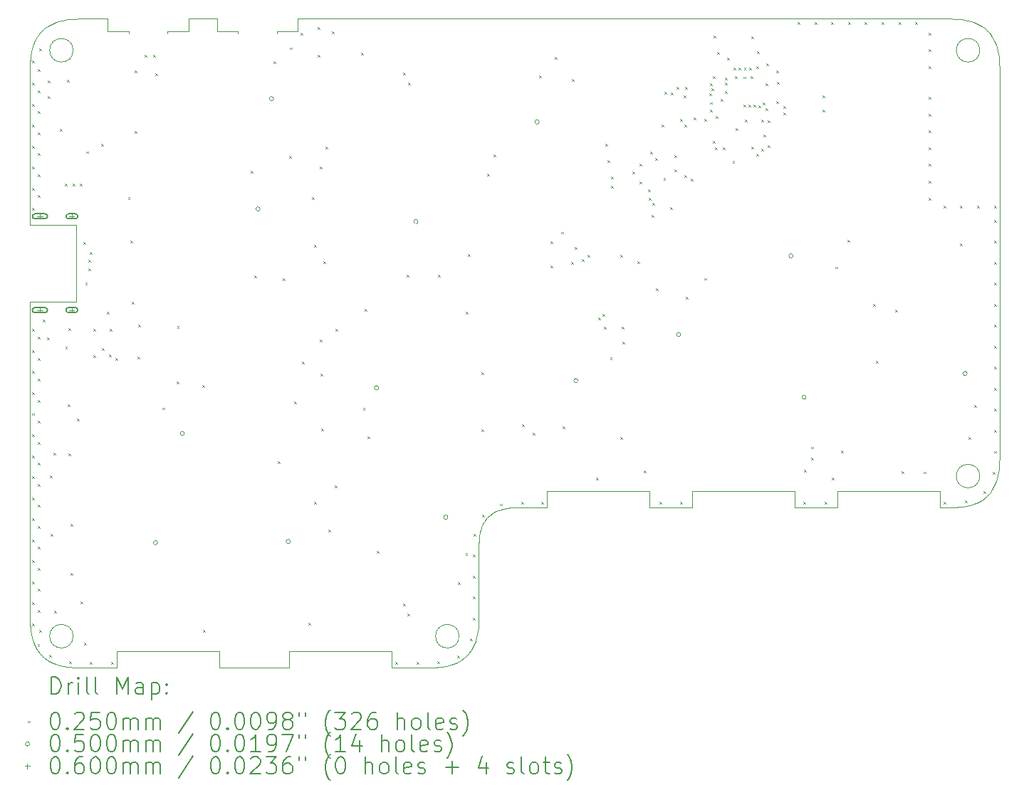
<source format=gbr>
%TF.GenerationSoftware,KiCad,Pcbnew,(6.0.11-0)*%
%TF.CreationDate,2023-02-16T18:47:32+08:00*%
%TF.ProjectId,Right,52696768-742e-46b6-9963-61645f706362,rev?*%
%TF.SameCoordinates,Original*%
%TF.FileFunction,Drillmap*%
%TF.FilePolarity,Positive*%
%FSLAX45Y45*%
G04 Gerber Fmt 4.5, Leading zero omitted, Abs format (unit mm)*
G04 Created by KiCad (PCBNEW (6.0.11-0)) date 2023-02-16 18:47:32*
%MOMM*%
%LPD*%
G01*
G04 APERTURE LIST*
%ADD10C,0.030000*%
%ADD11C,0.038100*%
%ADD12C,0.000100*%
%ADD13C,0.200000*%
%ADD14C,0.025000*%
%ADD15C,0.050000*%
%ADD16C,0.060000*%
G04 APERTURE END LIST*
D10*
X6139102Y-4587646D02*
X6085803Y-4592401D01*
X10643293Y-12264402D02*
X10678280Y-12250858D01*
X10786302Y-12185741D02*
X10792915Y-12179835D01*
D11*
X6167043Y-7492929D02*
X6167043Y-7950129D01*
D10*
X17058657Y-10186994D02*
X17027628Y-10230664D01*
D11*
X11057066Y-10519429D02*
X11048509Y-10528907D01*
D10*
X6217321Y-12305429D02*
X6139105Y-12303215D01*
D11*
X11102066Y-10479429D02*
X11084543Y-10492873D01*
D10*
X10956066Y-10840429D02*
X10956066Y-11705429D01*
X5655297Y-4907219D02*
X5658344Y-4898203D01*
X5767590Y-12167680D02*
X5761320Y-12161431D01*
X10953852Y-11783645D02*
X10949097Y-11836945D01*
D11*
X11239973Y-10417462D02*
X11224066Y-10421429D01*
D10*
X16997048Y-10262679D02*
X17003317Y-10256431D01*
X6540721Y-4585430D02*
X6217321Y-4585429D01*
X16699653Y-10390931D02*
X16759474Y-10379997D01*
D11*
X8703166Y-12105429D02*
X9923166Y-12105429D01*
D10*
X10497993Y-12297193D02*
X10508403Y-12295931D01*
X6139105Y-12303215D02*
X6085805Y-12298460D01*
X17092745Y-4863216D02*
X17085315Y-4846429D01*
X12983916Y-10400429D02*
X12983916Y-10200429D01*
D11*
X11066066Y-10510429D02*
X11075074Y-10501421D01*
D10*
X5652249Y-4916232D02*
X5655297Y-4907219D01*
X5679321Y-12044430D02*
X5705980Y-12091995D01*
X5626819Y-11857766D02*
X5637753Y-11917588D01*
X17015818Y-10243892D02*
X17009567Y-10250161D01*
X17126884Y-4973272D02*
X17112386Y-4916232D01*
D11*
X6540721Y-4585430D02*
X6540721Y-4735430D01*
D10*
X16977551Y-4705118D02*
X16984164Y-4711023D01*
X10867407Y-12091994D02*
X10836378Y-12135664D01*
X10935637Y-11917586D02*
X10921138Y-11974627D01*
X5637753Y-11917588D02*
X5652250Y-11974628D01*
X16439516Y-10400429D02*
X16547316Y-10400429D01*
X17112386Y-4916232D02*
X17109339Y-4907218D01*
X10946569Y-11857764D02*
X10935637Y-11917586D01*
X5658344Y-4898203D02*
X5671892Y-4863217D01*
X5895107Y-4640000D02*
X5878319Y-4647430D01*
X16886317Y-4647429D02*
X16933880Y-4674088D01*
X5939110Y-12267454D02*
X5930095Y-12264406D01*
X17027628Y-4755194D02*
X17021722Y-4748581D01*
X16759472Y-4605860D02*
X16816513Y-4620359D01*
D11*
X6790721Y-4735430D02*
X6790721Y-4760430D01*
D10*
X16933881Y-10311771D02*
X16977552Y-10280742D01*
X10947831Y-11847355D02*
X10946569Y-11857764D01*
X5755070Y-4735698D02*
X5761319Y-4729429D01*
X5755071Y-12155162D02*
X5761320Y-12161431D01*
D12*
X10721066Y-11930429D02*
G75*
G03*
X10721066Y-11930429I-140000J0D01*
G01*
D10*
X16689241Y-4593665D02*
X16699650Y-4594929D01*
D11*
X15219516Y-10200429D02*
X16439516Y-10200429D01*
D12*
X6132321Y-11930430D02*
G75*
G03*
X6132321Y-11930430I-140000J0D01*
G01*
D10*
X17126887Y-10012586D02*
X17112388Y-10069627D01*
X7870266Y-12305429D02*
X7870266Y-12105429D01*
X5658347Y-11992657D02*
X5671892Y-12027643D01*
X17106292Y-10087656D02*
X17092745Y-10122641D01*
X10625265Y-12270501D02*
X10634278Y-12267452D01*
X5948122Y-4620359D02*
X5939108Y-4623407D01*
D11*
X10984743Y-10643394D02*
X10989528Y-10630541D01*
X10956066Y-10840429D02*
X10956066Y-10828429D01*
D10*
X17139081Y-9942355D02*
X17137819Y-9952764D01*
X16834542Y-4626454D02*
X16869528Y-4640002D01*
D11*
X11005736Y-10593602D02*
X11014066Y-10578429D01*
D10*
X6064986Y-12295932D02*
X6005164Y-12285000D01*
X5655298Y-11983642D02*
X5658347Y-11992657D01*
X16869530Y-10345859D02*
X16886317Y-10338429D01*
D11*
X11084543Y-10492873D02*
X11075066Y-10501429D01*
X11199030Y-10429106D02*
X11224030Y-10421429D01*
D10*
X16699650Y-4594929D02*
X16759472Y-4605860D01*
D11*
X6650266Y-12105429D02*
X7870266Y-12105429D01*
D10*
X17021722Y-4748581D02*
X17015817Y-4741966D01*
D11*
X11384066Y-10400429D02*
X11396066Y-10400429D01*
D10*
X16547317Y-10400431D02*
X16625535Y-10398213D01*
X14711716Y-10400429D02*
X14711716Y-10200429D01*
X10818317Y-12155161D02*
X10812067Y-12161431D01*
X5787086Y-12185741D02*
X5780473Y-12179837D01*
X16816515Y-10365501D02*
X16825528Y-10362452D01*
X6650266Y-12305429D02*
X6217321Y-12305429D01*
D12*
X16912315Y-4960431D02*
G75*
G03*
X16912315Y-4960431I-140000J0D01*
G01*
D10*
X17145099Y-5107212D02*
X17140344Y-5053913D01*
D11*
X14711716Y-10400429D02*
X15219516Y-10400429D01*
X11115607Y-10470062D02*
X11121066Y-10466429D01*
D10*
X9923166Y-12305429D02*
X9923166Y-12105429D01*
X6217320Y-4585429D02*
X6139102Y-4587646D01*
D11*
X10957332Y-10790074D02*
X10958600Y-10774073D01*
X11022066Y-10565429D02*
X11025698Y-10559971D01*
D10*
X5773857Y-4716928D02*
X5767588Y-4723180D01*
X10894066Y-12044430D02*
X10867407Y-12091994D01*
X5767588Y-4723180D02*
X5761319Y-4729429D01*
X16678834Y-10393458D02*
X16689243Y-10392193D01*
D11*
X11384066Y-10400429D02*
X11351066Y-10401429D01*
X11048509Y-10528907D02*
X11035066Y-10546429D01*
D10*
X16678832Y-4592400D02*
X16689241Y-4593665D01*
D11*
X10977066Y-10668394D02*
X10984743Y-10643394D01*
X7254721Y-4735430D02*
X7504721Y-4735430D01*
X11298492Y-10406355D02*
X11283275Y-10408479D01*
X10964115Y-10727639D02*
X10961992Y-10742856D01*
X11283275Y-10408479D02*
X11262066Y-10412429D01*
D10*
X5617321Y-5185429D02*
X5617321Y-7035729D01*
X5773859Y-12173932D02*
X5767590Y-12167680D01*
X6650266Y-12305429D02*
X6650266Y-12105429D01*
D11*
X11134066Y-10458429D02*
X11149239Y-10450099D01*
D10*
X10956066Y-11705429D02*
X10953852Y-11783645D01*
D11*
X11000025Y-10605645D02*
X11005736Y-10593602D01*
D10*
X10568225Y-12284997D02*
X10625265Y-12270501D01*
D11*
X11298492Y-10406355D02*
X11329710Y-10402964D01*
D12*
X6132321Y-4960430D02*
G75*
G03*
X6132321Y-4960430I-140000J0D01*
G01*
D10*
X16834543Y-10359402D02*
X16869530Y-10345859D01*
X5626819Y-5033095D02*
X5637751Y-4973273D01*
X6075395Y-12297195D02*
X6064986Y-12295932D01*
X5787085Y-4705117D02*
X5780472Y-4711023D01*
X16625535Y-10398213D02*
X16678834Y-10393458D01*
X16625532Y-4587645D02*
X16678832Y-4592400D01*
D11*
X11763916Y-10400429D02*
X11396066Y-10400429D01*
D10*
X10742631Y-12216771D02*
X10786302Y-12185741D01*
D11*
X7254721Y-4735430D02*
X7254721Y-4760430D01*
D10*
X16439516Y-10400429D02*
X16439516Y-10200429D01*
D11*
X6167043Y-7035729D02*
X6167043Y-7492929D01*
X8554721Y-4735430D02*
X8554721Y-4760430D01*
D10*
X16977552Y-10280742D02*
X16984165Y-10274835D01*
X10695067Y-12243429D02*
X10742631Y-12216771D01*
X17140347Y-9931945D02*
X17139081Y-9942355D01*
X17139080Y-5043503D02*
X17137817Y-5033094D01*
X15219516Y-10400429D02*
X15219516Y-10200429D01*
X17092745Y-10122641D02*
X17085316Y-10139430D01*
X10434285Y-12303213D02*
X10487584Y-12298458D01*
X17147316Y-5185429D02*
X17145099Y-5107212D01*
X5705979Y-4798865D02*
X5737009Y-4755194D01*
D11*
X8804721Y-4585430D02*
X8804721Y-4735430D01*
D10*
X5742915Y-12142278D02*
X5748820Y-12148893D01*
X6005164Y-12285000D02*
X5948123Y-12270501D01*
X17021724Y-10237277D02*
X17015818Y-10243892D01*
X5939108Y-4623407D02*
X5930094Y-4626456D01*
X5679320Y-4846429D02*
X5705979Y-4798865D01*
X5830755Y-4674088D02*
X5787085Y-4705117D01*
X10356066Y-12305429D02*
X9923166Y-12305429D01*
D11*
X10989528Y-10630541D02*
X11000025Y-10605645D01*
D10*
X6064984Y-4594928D02*
X6005163Y-4605862D01*
X13491716Y-10400429D02*
X13491716Y-10200429D01*
X17112388Y-10069627D02*
X17109340Y-10078640D01*
X17109340Y-10078640D02*
X17106292Y-10087656D01*
X16547316Y-4585430D02*
X16625532Y-4587645D01*
D11*
X6167043Y-7950129D02*
X5617321Y-7950129D01*
D10*
X16984165Y-10274835D02*
X16990780Y-10268930D01*
X10830474Y-12142277D02*
X10824568Y-12148892D01*
X5671892Y-12027643D02*
X5679321Y-12044430D01*
X10836378Y-12135664D02*
X10830474Y-12142277D01*
X5619537Y-11783648D02*
X5624292Y-11836947D01*
X6005163Y-4605862D02*
X5948122Y-4620359D01*
X5948123Y-12270501D02*
X5939110Y-12267454D01*
D11*
X10968066Y-10706429D02*
X10973099Y-10684336D01*
D10*
X17137819Y-9952764D02*
X17126887Y-10012586D01*
X5930095Y-12264406D02*
X5895109Y-12250858D01*
D11*
X6540721Y-4735430D02*
X6790721Y-4735430D01*
D10*
X5671892Y-4863217D02*
X5679320Y-4846429D01*
D11*
X8554721Y-4735430D02*
X8804721Y-4735430D01*
D10*
X5737009Y-12135666D02*
X5742915Y-12142278D01*
X7504721Y-4585430D02*
X7840721Y-4585430D01*
X10792915Y-12179835D02*
X10799530Y-12173930D01*
X10678280Y-12250858D02*
X10695067Y-12243429D01*
X5748820Y-12148893D02*
X5755071Y-12155162D01*
D11*
X11057058Y-10519438D02*
X11066066Y-10510429D01*
X11134066Y-10458429D02*
X11121066Y-10466429D01*
X12983916Y-10400429D02*
X13491716Y-10400429D01*
D10*
X16997047Y-4723179D02*
X17003316Y-4729429D01*
X5895109Y-12250858D02*
X5878320Y-12243430D01*
X17109339Y-4907218D02*
X17106290Y-4898204D01*
X10634278Y-12267452D02*
X10643293Y-12264402D01*
X5878320Y-12243430D02*
X5830756Y-12216771D01*
X17147316Y-9800429D02*
X17145102Y-9878645D01*
X5619535Y-5107214D02*
X5624291Y-5053913D01*
D11*
X11149239Y-10450099D02*
X11161282Y-10444388D01*
X7840721Y-4585430D02*
X7840721Y-4735430D01*
X11022066Y-10565429D02*
X11014066Y-10578429D01*
X11239973Y-10417462D02*
X11262066Y-10412429D01*
D10*
X16816513Y-4620359D02*
X16825526Y-4623407D01*
X6075394Y-4593665D02*
X6064984Y-4594928D01*
X5625555Y-5043504D02*
X5626819Y-5033095D01*
X5930094Y-4626456D02*
X5895107Y-4640000D01*
X5748819Y-4741968D02*
X5755070Y-4735698D01*
X17140344Y-5053913D02*
X17139080Y-5043503D01*
X5737009Y-4755194D02*
X5742913Y-4748581D01*
X5780473Y-12179837D02*
X5773859Y-12173932D01*
X16689243Y-10392193D02*
X16699653Y-10390931D01*
D11*
X10958600Y-10774073D02*
X10961992Y-10742856D01*
X7504721Y-4585430D02*
X7504721Y-4735430D01*
D10*
X17027628Y-10230664D02*
X17021724Y-10237277D01*
X16990780Y-10268930D02*
X16997048Y-10262679D01*
X17106290Y-4898204D02*
X17092745Y-4863216D01*
D11*
X6167043Y-7035729D02*
X5617321Y-7035729D01*
D10*
X17147316Y-9800429D02*
X17147316Y-5185429D01*
X5780472Y-4711023D02*
X5773857Y-4716928D01*
X17009567Y-10250161D02*
X17003317Y-10256431D01*
X16933880Y-4674088D02*
X16977551Y-4705118D01*
X10487584Y-12298458D02*
X10497993Y-12297193D01*
X5830756Y-12216771D02*
X5787086Y-12185741D01*
X16759474Y-10379997D02*
X16816515Y-10365501D01*
D11*
X10968066Y-10706429D02*
X10964115Y-10727639D01*
D10*
X5625557Y-11847356D02*
X5626819Y-11857766D01*
D12*
X16912316Y-10025429D02*
G75*
G03*
X16912316Y-10025429I-140000J0D01*
G01*
D10*
X5617321Y-5185429D02*
X5619535Y-5107214D01*
X5624292Y-11836947D02*
X5625557Y-11847356D01*
X10508403Y-12295931D02*
X10568225Y-12284997D01*
X10799530Y-12173930D02*
X10805798Y-12167679D01*
X17009565Y-4735698D02*
X17003316Y-4729429D01*
X16825528Y-10362452D02*
X16834543Y-10359402D01*
X10824568Y-12148892D02*
X10818317Y-12155161D01*
X5878319Y-4647430D02*
X5830755Y-4674088D01*
D11*
X10957066Y-10795429D02*
X10956066Y-10828429D01*
D10*
X10918090Y-11983640D02*
X10915042Y-11992655D01*
D11*
X13491716Y-10200429D02*
X14711716Y-10200429D01*
D10*
X8703166Y-12305429D02*
X8703166Y-12105429D01*
D11*
X11186177Y-10433892D02*
X11199030Y-10429106D01*
D10*
X17145102Y-9878645D02*
X17140347Y-9931945D01*
X5652250Y-11974628D02*
X5655298Y-11983642D01*
X17058658Y-4798864D02*
X17027628Y-4755194D01*
X17085315Y-4846429D02*
X17058658Y-4798864D01*
X17015817Y-4741966D02*
X17009565Y-4735698D01*
X16869528Y-4640002D02*
X16886317Y-4647429D01*
X17137817Y-5033094D02*
X17126884Y-4973272D01*
X8804721Y-4585430D02*
X16547316Y-4585429D01*
D11*
X7840721Y-4735430D02*
X8090721Y-4735430D01*
D10*
X5742913Y-4748581D02*
X5748819Y-4741968D01*
X16984164Y-4711023D02*
X16990777Y-4716929D01*
D11*
X11763916Y-10200429D02*
X12983916Y-10200429D01*
D10*
X16825526Y-4623407D02*
X16834542Y-4626454D01*
X5617321Y-11705429D02*
X5617321Y-7950129D01*
D11*
X11329710Y-10402964D02*
X11345710Y-10401696D01*
D10*
X6085805Y-12298460D02*
X6075395Y-12297195D01*
X16886317Y-10338429D02*
X16933881Y-10311771D01*
X17085316Y-10139430D02*
X17058657Y-10186994D01*
X5637751Y-4973273D02*
X5652249Y-4916232D01*
D11*
X10977066Y-10668429D02*
X10973099Y-10684336D01*
D10*
X10949097Y-11836945D02*
X10947831Y-11847355D01*
X10901495Y-12027641D02*
X10894066Y-12044430D01*
X5705980Y-12091995D02*
X5737009Y-12135666D01*
D11*
X11102066Y-10479429D02*
X11115607Y-10470062D01*
D10*
X6085803Y-4592401D02*
X6075394Y-4593665D01*
X11763916Y-10400429D02*
X11763916Y-10200429D01*
D11*
X11161282Y-10444388D02*
X11186177Y-10433892D01*
D10*
X5617320Y-11705430D02*
X5619537Y-11783648D01*
X5624291Y-5053913D02*
X5625555Y-5043504D01*
X10805798Y-12167679D02*
X10812067Y-12161431D01*
D11*
X11345710Y-10401696D02*
X11351066Y-10401429D01*
D10*
X10356067Y-12305430D02*
X10434285Y-12303213D01*
D11*
X10957066Y-10795429D02*
X10957332Y-10790074D01*
X7870266Y-12305429D02*
X8703166Y-12305429D01*
X11025698Y-10559971D02*
X11035066Y-10546429D01*
D10*
X10915042Y-11992655D02*
X10901495Y-12027641D01*
X16990777Y-4716929D02*
X16997047Y-4723179D01*
D11*
X8090721Y-4735430D02*
X8090721Y-4760430D01*
D10*
X10921138Y-11974627D02*
X10918090Y-11983640D01*
D13*
D14*
X5641278Y-5345308D02*
X5666278Y-5370308D01*
X5666278Y-5345308D02*
X5641278Y-5370308D01*
X5641278Y-5595308D02*
X5666278Y-5620308D01*
X5666278Y-5595308D02*
X5641278Y-5620308D01*
X5641278Y-5845308D02*
X5666278Y-5870308D01*
X5666278Y-5845308D02*
X5641278Y-5870308D01*
X5641278Y-6095308D02*
X5666278Y-6120308D01*
X5666278Y-6095308D02*
X5641278Y-6120308D01*
X5641278Y-6345308D02*
X5666278Y-6370308D01*
X5666278Y-6345308D02*
X5641278Y-6370308D01*
X5641278Y-6595308D02*
X5666278Y-6620308D01*
X5666278Y-6595308D02*
X5641278Y-6620308D01*
X5641278Y-6838098D02*
X5666278Y-6863098D01*
X5666278Y-6838098D02*
X5641278Y-6863098D01*
X5641278Y-8277228D02*
X5666278Y-8302228D01*
X5666278Y-8277228D02*
X5641278Y-8302228D01*
X5641278Y-8527228D02*
X5666278Y-8552228D01*
X5666278Y-8527228D02*
X5641278Y-8552228D01*
X5641278Y-8777228D02*
X5666278Y-8802228D01*
X5666278Y-8777228D02*
X5641278Y-8802228D01*
X5641278Y-9027228D02*
X5666278Y-9052228D01*
X5666278Y-9027228D02*
X5641278Y-9052228D01*
X5641278Y-9277228D02*
X5666278Y-9302228D01*
X5666278Y-9277228D02*
X5641278Y-9302228D01*
X5641278Y-9527228D02*
X5666278Y-9552228D01*
X5666278Y-9527228D02*
X5641278Y-9552228D01*
X5641278Y-9777228D02*
X5666278Y-9802228D01*
X5666278Y-9777228D02*
X5641278Y-9802228D01*
X5641278Y-10027228D02*
X5666278Y-10052228D01*
X5666278Y-10027228D02*
X5641278Y-10052228D01*
X5641278Y-10277228D02*
X5666278Y-10302228D01*
X5666278Y-10277228D02*
X5641278Y-10302228D01*
X5641278Y-10527228D02*
X5666278Y-10552228D01*
X5666278Y-10527228D02*
X5641278Y-10552228D01*
X5641278Y-10777228D02*
X5666278Y-10802228D01*
X5666278Y-10777228D02*
X5641278Y-10802228D01*
X5641278Y-11027228D02*
X5666278Y-11052228D01*
X5666278Y-11027228D02*
X5641278Y-11052228D01*
X5641278Y-11277228D02*
X5666278Y-11302228D01*
X5666278Y-11277228D02*
X5641278Y-11302228D01*
X5641278Y-11527228D02*
X5666278Y-11552228D01*
X5666278Y-11527228D02*
X5641278Y-11552228D01*
X5641278Y-11775713D02*
X5666278Y-11800713D01*
X5666278Y-11775713D02*
X5641278Y-11800713D01*
X5646025Y-5080240D02*
X5671025Y-5105240D01*
X5671025Y-5080240D02*
X5646025Y-5105240D01*
X5707035Y-12024586D02*
X5732035Y-12049586D01*
X5732035Y-12024586D02*
X5707035Y-12049586D01*
X5711279Y-5185935D02*
X5736279Y-5210935D01*
X5736279Y-5185935D02*
X5711279Y-5210935D01*
X5711279Y-5435935D02*
X5736279Y-5460935D01*
X5736279Y-5435935D02*
X5711279Y-5460935D01*
X5711279Y-5685935D02*
X5736279Y-5710935D01*
X5736279Y-5685935D02*
X5711279Y-5710935D01*
X5711279Y-5935935D02*
X5736279Y-5960935D01*
X5736279Y-5935935D02*
X5711279Y-5960935D01*
X5711279Y-6185935D02*
X5736279Y-6210935D01*
X5736279Y-6185935D02*
X5711279Y-6210935D01*
X5711279Y-6435935D02*
X5736279Y-6460935D01*
X5736279Y-6435935D02*
X5711279Y-6460935D01*
X5711279Y-6685935D02*
X5736279Y-6710935D01*
X5736279Y-6685935D02*
X5711279Y-6710935D01*
X5711279Y-8367855D02*
X5736279Y-8392855D01*
X5736279Y-8367855D02*
X5711279Y-8392855D01*
X5711279Y-8617855D02*
X5736279Y-8642855D01*
X5736279Y-8617855D02*
X5711279Y-8642855D01*
X5711279Y-8867855D02*
X5736279Y-8892855D01*
X5736279Y-8867855D02*
X5711279Y-8892855D01*
X5711279Y-9117855D02*
X5736279Y-9142855D01*
X5736279Y-9117855D02*
X5711279Y-9142855D01*
X5711279Y-9367855D02*
X5736279Y-9392855D01*
X5736279Y-9367855D02*
X5711279Y-9392855D01*
X5711279Y-9617855D02*
X5736279Y-9642855D01*
X5736279Y-9617855D02*
X5711279Y-9642855D01*
X5711279Y-9867855D02*
X5736279Y-9892855D01*
X5736279Y-9867855D02*
X5711279Y-9892855D01*
X5711279Y-10117855D02*
X5736279Y-10142855D01*
X5736279Y-10117855D02*
X5711279Y-10142855D01*
X5711279Y-10367855D02*
X5736279Y-10392855D01*
X5736279Y-10367855D02*
X5711279Y-10392855D01*
X5711279Y-10617855D02*
X5736279Y-10642855D01*
X5736279Y-10617855D02*
X5711279Y-10642855D01*
X5711279Y-10867855D02*
X5736279Y-10892855D01*
X5736279Y-10867855D02*
X5711279Y-10892855D01*
X5711279Y-11117855D02*
X5736279Y-11142855D01*
X5736279Y-11117855D02*
X5711279Y-11142855D01*
X5711279Y-11367855D02*
X5736279Y-11392855D01*
X5736279Y-11367855D02*
X5711279Y-11392855D01*
X5711279Y-11617855D02*
X5736279Y-11642855D01*
X5736279Y-11617855D02*
X5711279Y-11642855D01*
X5729100Y-11855082D02*
X5754100Y-11880082D01*
X5754100Y-11855082D02*
X5729100Y-11880082D01*
X5730235Y-4934194D02*
X5755235Y-4959194D01*
X5755235Y-4934194D02*
X5730235Y-4959194D01*
X5773500Y-8161500D02*
X5798500Y-8186500D01*
X5798500Y-8161500D02*
X5773500Y-8186500D01*
X5822500Y-8373000D02*
X5847500Y-8398000D01*
X5847500Y-8373000D02*
X5822500Y-8398000D01*
X5826500Y-5317500D02*
X5851500Y-5342500D01*
X5851500Y-5317500D02*
X5826500Y-5342500D01*
X5828500Y-5505500D02*
X5853500Y-5530500D01*
X5853500Y-5505500D02*
X5828500Y-5530500D01*
X5844500Y-12155500D02*
X5869500Y-12180500D01*
X5869500Y-12155500D02*
X5844500Y-12180500D01*
X5855500Y-10015501D02*
X5880500Y-10040501D01*
X5880500Y-10015501D02*
X5855500Y-10040501D01*
X5866500Y-10710500D02*
X5891500Y-10735500D01*
X5891500Y-10710500D02*
X5866500Y-10735500D01*
X5900500Y-9743500D02*
X5925500Y-9768500D01*
X5925500Y-9743500D02*
X5900500Y-9768500D01*
X5906500Y-11625500D02*
X5931500Y-11650500D01*
X5931500Y-11625500D02*
X5906500Y-11650500D01*
X5975500Y-5895501D02*
X6000500Y-5920501D01*
X6000500Y-5895501D02*
X5975500Y-5920501D01*
X6031500Y-6547500D02*
X6056500Y-6572500D01*
X6056500Y-6547500D02*
X6031500Y-6572500D01*
X6037500Y-8486500D02*
X6062500Y-8511500D01*
X6062500Y-8486500D02*
X6037500Y-8511500D01*
X6061500Y-5311500D02*
X6086500Y-5336500D01*
X6086500Y-5311500D02*
X6061500Y-5336500D01*
X6064500Y-9167500D02*
X6089500Y-9192500D01*
X6089500Y-9167500D02*
X6064500Y-9192500D01*
X6071933Y-9755215D02*
X6096933Y-9780215D01*
X6096933Y-9755215D02*
X6071933Y-9780215D01*
X6072500Y-8266500D02*
X6097500Y-8291500D01*
X6097500Y-8266500D02*
X6072500Y-8291500D01*
X6082500Y-12230500D02*
X6107500Y-12255500D01*
X6107500Y-12230500D02*
X6082500Y-12255500D01*
X6097500Y-10597500D02*
X6122500Y-10622500D01*
X6122500Y-10597500D02*
X6097500Y-10622500D01*
X6101996Y-11180260D02*
X6126996Y-11205260D01*
X6126996Y-11180260D02*
X6101996Y-11205260D01*
X6123500Y-6547500D02*
X6148500Y-6572500D01*
X6148500Y-6547500D02*
X6123500Y-6572500D01*
X6173064Y-9340626D02*
X6198064Y-9365626D01*
X6198064Y-9340626D02*
X6173064Y-9365626D01*
X6213496Y-6547500D02*
X6238496Y-6572500D01*
X6238496Y-6547500D02*
X6213496Y-6572500D01*
X6218979Y-11514056D02*
X6243979Y-11539056D01*
X6243979Y-11514056D02*
X6218979Y-11539056D01*
X6254500Y-7240621D02*
X6279500Y-7265621D01*
X6279500Y-7240621D02*
X6254500Y-7265621D01*
X6265500Y-12005501D02*
X6290500Y-12030501D01*
X6290500Y-12005501D02*
X6265500Y-12030501D01*
X6274418Y-7720621D02*
X6299418Y-7745621D01*
X6299418Y-7720621D02*
X6274418Y-7745621D01*
X6290500Y-6161500D02*
X6315500Y-6186500D01*
X6315500Y-6161500D02*
X6290500Y-6186500D01*
X6310500Y-7454500D02*
X6335500Y-7479500D01*
X6335500Y-7454500D02*
X6310500Y-7479500D01*
X6310500Y-7552500D02*
X6335500Y-7577500D01*
X6335500Y-7552500D02*
X6310500Y-7577500D01*
X6326500Y-7362500D02*
X6351500Y-7387500D01*
X6351500Y-7362500D02*
X6326500Y-7387500D01*
X6332500Y-12237500D02*
X6357500Y-12262500D01*
X6357500Y-12237500D02*
X6332500Y-12262500D01*
X6375500Y-8273750D02*
X6400500Y-8298750D01*
X6400500Y-8273750D02*
X6375500Y-8298750D01*
X6375500Y-8586500D02*
X6400500Y-8611500D01*
X6400500Y-8586500D02*
X6375500Y-8611500D01*
X6464500Y-6069500D02*
X6489500Y-6094500D01*
X6489500Y-6069500D02*
X6464500Y-6094500D01*
X6470500Y-8501250D02*
X6495500Y-8526250D01*
X6495500Y-8501250D02*
X6470500Y-8526250D01*
X6536500Y-8070500D02*
X6561500Y-8095500D01*
X6561500Y-8070500D02*
X6536500Y-8095500D01*
X6561500Y-8581500D02*
X6586500Y-8606500D01*
X6586500Y-8581500D02*
X6561500Y-8606500D01*
X6565500Y-8273750D02*
X6590500Y-8298750D01*
X6590500Y-8273750D02*
X6565500Y-8298750D01*
X6582500Y-12237500D02*
X6607500Y-12262500D01*
X6607500Y-12237500D02*
X6582500Y-12262500D01*
X6634500Y-8617500D02*
X6659500Y-8642500D01*
X6659500Y-8617500D02*
X6634500Y-8642500D01*
X6782500Y-6706500D02*
X6807500Y-6731500D01*
X6807500Y-6706500D02*
X6782500Y-6731500D01*
X6814805Y-7223805D02*
X6839805Y-7248805D01*
X6839805Y-7223805D02*
X6814805Y-7248805D01*
X6826500Y-7952500D02*
X6851500Y-7977500D01*
X6851500Y-7952500D02*
X6826500Y-7977500D01*
X6860500Y-5199500D02*
X6885500Y-5224500D01*
X6885500Y-5199500D02*
X6860500Y-5224500D01*
X6862557Y-5924132D02*
X6887557Y-5949132D01*
X6887557Y-5924132D02*
X6862557Y-5949132D01*
X6896573Y-8606391D02*
X6921573Y-8631391D01*
X6921573Y-8606391D02*
X6896573Y-8631391D01*
X6904338Y-8221857D02*
X6929338Y-8246857D01*
X6929338Y-8221857D02*
X6904338Y-8246857D01*
X6979500Y-5017930D02*
X7004500Y-5042930D01*
X7004500Y-5017930D02*
X6979500Y-5042930D01*
X7083500Y-5017880D02*
X7108500Y-5042880D01*
X7108500Y-5017880D02*
X7083500Y-5042880D01*
X7109500Y-5236500D02*
X7134500Y-5261500D01*
X7134500Y-5236500D02*
X7109500Y-5261500D01*
X7196500Y-9209500D02*
X7221500Y-9234500D01*
X7221500Y-9209500D02*
X7196500Y-9234500D01*
X7358500Y-8902500D02*
X7383500Y-8927500D01*
X7383500Y-8902500D02*
X7358500Y-8927500D01*
X7366500Y-8242500D02*
X7391500Y-8267500D01*
X7391500Y-8242500D02*
X7366500Y-8267500D01*
X7664500Y-8941500D02*
X7689500Y-8966500D01*
X7689500Y-8941500D02*
X7664500Y-8966500D01*
X7676500Y-11854500D02*
X7701500Y-11879500D01*
X7701500Y-11854500D02*
X7676500Y-11879500D01*
X8243500Y-6397500D02*
X8268500Y-6422500D01*
X8268500Y-6397500D02*
X8243500Y-6422500D01*
X8288500Y-7641500D02*
X8313500Y-7666500D01*
X8313500Y-7641500D02*
X8288500Y-7666500D01*
X8512500Y-5091500D02*
X8537500Y-5116500D01*
X8537500Y-5091500D02*
X8512500Y-5116500D01*
X8562500Y-9846500D02*
X8587500Y-9871500D01*
X8587500Y-9846500D02*
X8562500Y-9871500D01*
X8625500Y-7670500D02*
X8650500Y-7695500D01*
X8650500Y-7670500D02*
X8625500Y-7695500D01*
X8701500Y-6218500D02*
X8726500Y-6243500D01*
X8726500Y-6218500D02*
X8701500Y-6243500D01*
X8707750Y-4925500D02*
X8732750Y-4950500D01*
X8732750Y-4925500D02*
X8707750Y-4950500D01*
X8763091Y-9136244D02*
X8788091Y-9161244D01*
X8788091Y-9136244D02*
X8763091Y-9161244D01*
X8835500Y-4752500D02*
X8860500Y-4777500D01*
X8860500Y-4752500D02*
X8835500Y-4777500D01*
X8850531Y-8661444D02*
X8875531Y-8686444D01*
X8875531Y-8661444D02*
X8850531Y-8686444D01*
X8931500Y-11769500D02*
X8956500Y-11794500D01*
X8956500Y-11769500D02*
X8931500Y-11794500D01*
X8973500Y-6710500D02*
X8998500Y-6735500D01*
X8998500Y-6710500D02*
X8973500Y-6735500D01*
X8993355Y-10329717D02*
X9018355Y-10354717D01*
X9018355Y-10329717D02*
X8993355Y-10354717D01*
X8998500Y-7275500D02*
X9023500Y-7300500D01*
X9023500Y-7275500D02*
X8998500Y-7300500D01*
X9035500Y-5010500D02*
X9060500Y-5035500D01*
X9060500Y-5010500D02*
X9035500Y-5035500D01*
X9037500Y-4687500D02*
X9062500Y-4712500D01*
X9062500Y-4687500D02*
X9037500Y-4712500D01*
X9060500Y-6344500D02*
X9085500Y-6369500D01*
X9085500Y-6344500D02*
X9060500Y-6369500D01*
X9063393Y-8398352D02*
X9088393Y-8423352D01*
X9088393Y-8398352D02*
X9063393Y-8423352D01*
X9075500Y-8803500D02*
X9100500Y-8828500D01*
X9100500Y-8803500D02*
X9075500Y-8828500D01*
X9078500Y-9456500D02*
X9103500Y-9481500D01*
X9103500Y-9456500D02*
X9078500Y-9481500D01*
X9104500Y-7470500D02*
X9129500Y-7495500D01*
X9129500Y-7470500D02*
X9104500Y-7495500D01*
X9130425Y-6107500D02*
X9155425Y-6132500D01*
X9155425Y-6107500D02*
X9130425Y-6132500D01*
X9165302Y-10661509D02*
X9190302Y-10686509D01*
X9190302Y-10661509D02*
X9165302Y-10686509D01*
X9207500Y-4733500D02*
X9232500Y-4758500D01*
X9232500Y-4733500D02*
X9207500Y-4758500D01*
X9242101Y-10135689D02*
X9267101Y-10160689D01*
X9267101Y-10135689D02*
X9242101Y-10160689D01*
X9254214Y-8274308D02*
X9279214Y-8299308D01*
X9279214Y-8274308D02*
X9254214Y-8299308D01*
X9558500Y-4988500D02*
X9583500Y-5013500D01*
X9583500Y-4988500D02*
X9558500Y-5013500D01*
X9576500Y-9216750D02*
X9601500Y-9241750D01*
X9601500Y-9216750D02*
X9576500Y-9241750D01*
X9596333Y-8034000D02*
X9621333Y-8059000D01*
X9621333Y-8034000D02*
X9596333Y-8059000D01*
X9633500Y-9551500D02*
X9658500Y-9576500D01*
X9658500Y-9551500D02*
X9633500Y-9576500D01*
X9740500Y-10919500D02*
X9765500Y-10944500D01*
X9765500Y-10919500D02*
X9740500Y-10944500D01*
X9962500Y-12237500D02*
X9987500Y-12262500D01*
X9987500Y-12237500D02*
X9962500Y-12262500D01*
X10051500Y-5229500D02*
X10076500Y-5254500D01*
X10076500Y-5229500D02*
X10051500Y-5254500D01*
X10056500Y-11544500D02*
X10081500Y-11569500D01*
X10081500Y-11544500D02*
X10056500Y-11569500D01*
X10099500Y-7630500D02*
X10124500Y-7655500D01*
X10124500Y-7630500D02*
X10099500Y-7655500D01*
X10105500Y-11658500D02*
X10130500Y-11683500D01*
X10130500Y-11658500D02*
X10105500Y-11683500D01*
X10115500Y-5347500D02*
X10140500Y-5372500D01*
X10140500Y-5347500D02*
X10115500Y-5372500D01*
X10212500Y-12237500D02*
X10237500Y-12262500D01*
X10237500Y-12237500D02*
X10212500Y-12262500D01*
X10462089Y-12231506D02*
X10487089Y-12256506D01*
X10487089Y-12231506D02*
X10462089Y-12256506D01*
X10471250Y-7628500D02*
X10496250Y-7653500D01*
X10496250Y-7628500D02*
X10471250Y-7653500D01*
X10700102Y-12157363D02*
X10725102Y-12182363D01*
X10725102Y-12157363D02*
X10700102Y-12182363D01*
X10706500Y-11286501D02*
X10731500Y-11311501D01*
X10731500Y-11286501D02*
X10706500Y-11311501D01*
X10795500Y-10937750D02*
X10820500Y-10962750D01*
X10820500Y-10937750D02*
X10795500Y-10962750D01*
X10803500Y-8072500D02*
X10828500Y-8097500D01*
X10828500Y-8072500D02*
X10803500Y-8097500D01*
X10823161Y-7381050D02*
X10848161Y-7406050D01*
X10848161Y-7381050D02*
X10823161Y-7406050D01*
X10851185Y-11958371D02*
X10876185Y-11983371D01*
X10876185Y-11958371D02*
X10851185Y-11983371D01*
X10887607Y-10961123D02*
X10912607Y-10986123D01*
X10912607Y-10961123D02*
X10887607Y-10986123D01*
X10887607Y-11211123D02*
X10912607Y-11236123D01*
X10912607Y-11211123D02*
X10887607Y-11236123D01*
X10887607Y-11461123D02*
X10912607Y-11486123D01*
X10912607Y-11461123D02*
X10887607Y-11486123D01*
X10887607Y-11711123D02*
X10912607Y-11736123D01*
X10912607Y-11711123D02*
X10887607Y-11736123D01*
X10895882Y-10711180D02*
X10920882Y-10736180D01*
X10920882Y-10711180D02*
X10895882Y-10736180D01*
X10984500Y-9471500D02*
X11009500Y-9496500D01*
X11009500Y-9471500D02*
X10984500Y-9496500D01*
X10986500Y-8793500D02*
X11011500Y-8818500D01*
X11011500Y-8793500D02*
X10986500Y-8818500D01*
X10993423Y-10480728D02*
X11018423Y-10505728D01*
X11018423Y-10480728D02*
X10993423Y-10505728D01*
X11056063Y-6426403D02*
X11081063Y-6451403D01*
X11081063Y-6426403D02*
X11056063Y-6451403D01*
X11133440Y-6203452D02*
X11158440Y-6228452D01*
X11158440Y-6203452D02*
X11133440Y-6228452D01*
X11207786Y-10352451D02*
X11232786Y-10377451D01*
X11232786Y-10352451D02*
X11207786Y-10377451D01*
X11456960Y-10332506D02*
X11481960Y-10357506D01*
X11481960Y-10332506D02*
X11456960Y-10357506D01*
X11467500Y-9407500D02*
X11492500Y-9432500D01*
X11492500Y-9407500D02*
X11467500Y-9432500D01*
X11592260Y-9513996D02*
X11617260Y-9538996D01*
X11617260Y-9513996D02*
X11592260Y-9538996D01*
X11673750Y-5258500D02*
X11698750Y-5283500D01*
X11698750Y-5258500D02*
X11673750Y-5283500D01*
X11699090Y-10332506D02*
X11724090Y-10357506D01*
X11724090Y-10332506D02*
X11699090Y-10357506D01*
X11805000Y-7228750D02*
X11830000Y-7253750D01*
X11830000Y-7228750D02*
X11805000Y-7253750D01*
X11805000Y-7521250D02*
X11830000Y-7546250D01*
X11830000Y-7521250D02*
X11805000Y-7546250D01*
X11859500Y-5037500D02*
X11884500Y-5062500D01*
X11884500Y-5037500D02*
X11859500Y-5062500D01*
X11937500Y-7118500D02*
X11962500Y-7143500D01*
X11962500Y-7118500D02*
X11937500Y-7143500D01*
X11950535Y-9432978D02*
X11975535Y-9457978D01*
X11975535Y-9432978D02*
X11950535Y-9457978D01*
X12055000Y-7477500D02*
X12080000Y-7502500D01*
X12080000Y-7477500D02*
X12055000Y-7502500D01*
X12057500Y-5302500D02*
X12082500Y-5327500D01*
X12082500Y-5302500D02*
X12057500Y-5327500D01*
X12092500Y-7300000D02*
X12117500Y-7325000D01*
X12117500Y-7300000D02*
X12092500Y-7325000D01*
X12177500Y-7442500D02*
X12202500Y-7467500D01*
X12202500Y-7442500D02*
X12177500Y-7467500D01*
X12249500Y-7390000D02*
X12274500Y-7415000D01*
X12274500Y-7390000D02*
X12249500Y-7415000D01*
X12352500Y-10044500D02*
X12377500Y-10069500D01*
X12377500Y-10044500D02*
X12352500Y-10069500D01*
X12371500Y-8135500D02*
X12396500Y-8160500D01*
X12396500Y-8135500D02*
X12371500Y-8160500D01*
X12429189Y-8093958D02*
X12454189Y-8118958D01*
X12454189Y-8093958D02*
X12429189Y-8118958D01*
X12444136Y-8245246D02*
X12469136Y-8270246D01*
X12469136Y-8245246D02*
X12444136Y-8270246D01*
X12462942Y-6072376D02*
X12487942Y-6097376D01*
X12487942Y-6072376D02*
X12462942Y-6097376D01*
X12485000Y-6265000D02*
X12510000Y-6290000D01*
X12510000Y-6265000D02*
X12485000Y-6290000D01*
X12514500Y-8612500D02*
X12539500Y-8637500D01*
X12539500Y-8612500D02*
X12514500Y-8637500D01*
X12526500Y-6569500D02*
X12551500Y-6594500D01*
X12551500Y-6569500D02*
X12526500Y-6594500D01*
X12530500Y-6464500D02*
X12555500Y-6489500D01*
X12555500Y-6464500D02*
X12530500Y-6489500D01*
X12637500Y-7397500D02*
X12662500Y-7422500D01*
X12662500Y-7397500D02*
X12637500Y-7422500D01*
X12640500Y-9559500D02*
X12665500Y-9584500D01*
X12665500Y-9559500D02*
X12640500Y-9584500D01*
X12654500Y-8250500D02*
X12679500Y-8275500D01*
X12679500Y-8250500D02*
X12654500Y-8275500D01*
X12663500Y-8429950D02*
X12688500Y-8454950D01*
X12688500Y-8429950D02*
X12663500Y-8454950D01*
X12779500Y-6404000D02*
X12804500Y-6429000D01*
X12804500Y-6404000D02*
X12779500Y-6429000D01*
X12837500Y-7467500D02*
X12862500Y-7492500D01*
X12862500Y-7467500D02*
X12837500Y-7492500D01*
X12865000Y-6307500D02*
X12890000Y-6332500D01*
X12890000Y-6307500D02*
X12865000Y-6332500D01*
X12866500Y-6517500D02*
X12891500Y-6542500D01*
X12891500Y-6517500D02*
X12866500Y-6542500D01*
X12917500Y-9956500D02*
X12942500Y-9981500D01*
X12942500Y-9956500D02*
X12917500Y-9981500D01*
X12970500Y-6612500D02*
X12995500Y-6637500D01*
X12995500Y-6612500D02*
X12970500Y-6637500D01*
X12971750Y-6715750D02*
X12996750Y-6740750D01*
X12996750Y-6715750D02*
X12971750Y-6740750D01*
X12991568Y-6167718D02*
X13016568Y-6192718D01*
X13016568Y-6167718D02*
X12991568Y-6192718D01*
X13006500Y-6920500D02*
X13031500Y-6945500D01*
X13031500Y-6920500D02*
X13006500Y-6945500D01*
X13022091Y-6772950D02*
X13047091Y-6797950D01*
X13047091Y-6772950D02*
X13022091Y-6797950D01*
X13053568Y-6241718D02*
X13078568Y-6266718D01*
X13078568Y-6241718D02*
X13053568Y-6266718D01*
X13063987Y-7787926D02*
X13088987Y-7812926D01*
X13088987Y-7787926D02*
X13063987Y-7812926D01*
X13099500Y-10332500D02*
X13124500Y-10357500D01*
X13124500Y-10332500D02*
X13099500Y-10357500D01*
X13131270Y-5841646D02*
X13156270Y-5866646D01*
X13156270Y-5841646D02*
X13131270Y-5866646D01*
X13149500Y-6480501D02*
X13174500Y-6505501D01*
X13174500Y-6480501D02*
X13149500Y-6505501D01*
X13158500Y-5451500D02*
X13183500Y-5476500D01*
X13183500Y-5451500D02*
X13158500Y-5476500D01*
X13227500Y-6826500D02*
X13252500Y-6851500D01*
X13252500Y-6826500D02*
X13227500Y-6851500D01*
X13239500Y-5462500D02*
X13264500Y-5487500D01*
X13264500Y-5462500D02*
X13239500Y-5487500D01*
X13278500Y-6375500D02*
X13303500Y-6400500D01*
X13303500Y-6375500D02*
X13278500Y-6400500D01*
X13280500Y-6209501D02*
X13305500Y-6234501D01*
X13305500Y-6209501D02*
X13280500Y-6234501D01*
X13303500Y-5395500D02*
X13328500Y-5420500D01*
X13328500Y-5395500D02*
X13303500Y-5420500D01*
X13348473Y-5779331D02*
X13373473Y-5804331D01*
X13373473Y-5779331D02*
X13348473Y-5804331D01*
X13349500Y-10332500D02*
X13374500Y-10357500D01*
X13374500Y-10332500D02*
X13349500Y-10357500D01*
X13388568Y-5498718D02*
X13413568Y-5523718D01*
X13413568Y-5498718D02*
X13388568Y-5523718D01*
X13400523Y-6448950D02*
X13425523Y-6473950D01*
X13425523Y-6448950D02*
X13400523Y-6473950D01*
X13403110Y-5844445D02*
X13428110Y-5869445D01*
X13428110Y-5844445D02*
X13403110Y-5869445D01*
X13405500Y-5395500D02*
X13430500Y-5420500D01*
X13430500Y-5395500D02*
X13405500Y-5420500D01*
X13419500Y-7893500D02*
X13444500Y-7918500D01*
X13444500Y-7893500D02*
X13419500Y-7918500D01*
X13471630Y-6483663D02*
X13496630Y-6508663D01*
X13496630Y-6483663D02*
X13471630Y-6508663D01*
X13506526Y-5757669D02*
X13531526Y-5782669D01*
X13531526Y-5757669D02*
X13506526Y-5782669D01*
X13638500Y-5776500D02*
X13663500Y-5801500D01*
X13663500Y-5776500D02*
X13638500Y-5801500D01*
X13638500Y-7668500D02*
X13663500Y-7693500D01*
X13663500Y-7668500D02*
X13638500Y-7693500D01*
X13695450Y-5473050D02*
X13720450Y-5498050D01*
X13720450Y-5473050D02*
X13695450Y-5498050D01*
X13700736Y-5351002D02*
X13725736Y-5376002D01*
X13725736Y-5351002D02*
X13700736Y-5376002D01*
X13704500Y-5577500D02*
X13729500Y-5602500D01*
X13729500Y-5577500D02*
X13704500Y-5602500D01*
X13704500Y-5666500D02*
X13729500Y-5691500D01*
X13729500Y-5666500D02*
X13704500Y-5691500D01*
X13723521Y-5408610D02*
X13748521Y-5433610D01*
X13748521Y-5408610D02*
X13723521Y-5433610D01*
X13737656Y-5265902D02*
X13762656Y-5290902D01*
X13762656Y-5265902D02*
X13737656Y-5290902D01*
X13740500Y-6039501D02*
X13765500Y-6064501D01*
X13765500Y-6039501D02*
X13740500Y-6064501D01*
X13744500Y-4784500D02*
X13769500Y-4809500D01*
X13769500Y-4784500D02*
X13744500Y-4809500D01*
X13766500Y-6115501D02*
X13791500Y-6140501D01*
X13791500Y-6115501D02*
X13766500Y-6140501D01*
X13772955Y-5741908D02*
X13797955Y-5766908D01*
X13797955Y-5741908D02*
X13772955Y-5766908D01*
X13791500Y-4977500D02*
X13816500Y-5002500D01*
X13816500Y-4977500D02*
X13791500Y-5002500D01*
X13832311Y-5537153D02*
X13857311Y-5562153D01*
X13857311Y-5537153D02*
X13832311Y-5562153D01*
X13857500Y-6117500D02*
X13882500Y-6142500D01*
X13882500Y-6117500D02*
X13857500Y-6142500D01*
X13879500Y-5444500D02*
X13904500Y-5469500D01*
X13904500Y-5444500D02*
X13879500Y-5469500D01*
X13881671Y-5347762D02*
X13906671Y-5372762D01*
X13906671Y-5347762D02*
X13881671Y-5372762D01*
X13885000Y-5285000D02*
X13910000Y-5310000D01*
X13910000Y-5285000D02*
X13885000Y-5310000D01*
X13908500Y-5051500D02*
X13933500Y-5076500D01*
X13933500Y-5051500D02*
X13908500Y-5076500D01*
X13970500Y-6273500D02*
X13995500Y-6298500D01*
X13995500Y-6273500D02*
X13970500Y-6298500D01*
X13981950Y-5169639D02*
X14006950Y-5194639D01*
X14006950Y-5169639D02*
X13981950Y-5194639D01*
X13999500Y-5270501D02*
X14024500Y-5295501D01*
X14024500Y-5270501D02*
X13999500Y-5295501D01*
X14009817Y-5888817D02*
X14034817Y-5913817D01*
X14034817Y-5888817D02*
X14009817Y-5913817D01*
X14044150Y-5169639D02*
X14069150Y-5194639D01*
X14069150Y-5169639D02*
X14044150Y-5194639D01*
X14098772Y-5603539D02*
X14123772Y-5628539D01*
X14123772Y-5603539D02*
X14098772Y-5628539D01*
X14103500Y-5272412D02*
X14128500Y-5297412D01*
X14128500Y-5272412D02*
X14103500Y-5297412D01*
X14106100Y-5169639D02*
X14131100Y-5194639D01*
X14131100Y-5169639D02*
X14106100Y-5194639D01*
X14115000Y-5787500D02*
X14140000Y-5812500D01*
X14140000Y-5787500D02*
X14115000Y-5812500D01*
X14160723Y-5603539D02*
X14185723Y-5628539D01*
X14185723Y-5603539D02*
X14160723Y-5628539D01*
X14168050Y-5169639D02*
X14193050Y-5194639D01*
X14193050Y-5169639D02*
X14168050Y-5194639D01*
X14189422Y-5270501D02*
X14214422Y-5295501D01*
X14214422Y-5270501D02*
X14189422Y-5295501D01*
X14192500Y-6106501D02*
X14217500Y-6131501D01*
X14217500Y-6106501D02*
X14192500Y-6131501D01*
X14198500Y-4793500D02*
X14223500Y-4818500D01*
X14223500Y-4793500D02*
X14198500Y-4818500D01*
X14222673Y-5603539D02*
X14247673Y-5628539D01*
X14247673Y-5603539D02*
X14222673Y-5628539D01*
X14252500Y-6193500D02*
X14277500Y-6218500D01*
X14277500Y-6193500D02*
X14252500Y-6218500D01*
X14257000Y-5153569D02*
X14282000Y-5178569D01*
X14282000Y-5153569D02*
X14257000Y-5178569D01*
X14264640Y-4975726D02*
X14289640Y-5000726D01*
X14289640Y-4975726D02*
X14264640Y-5000726D01*
X14283067Y-5617339D02*
X14308067Y-5642339D01*
X14308067Y-5617339D02*
X14283067Y-5642339D01*
X14312500Y-6135500D02*
X14337500Y-6160500D01*
X14337500Y-6135500D02*
X14312500Y-6160500D01*
X14314500Y-5785501D02*
X14339500Y-5810501D01*
X14339500Y-5785501D02*
X14314500Y-5810501D01*
X14332500Y-5580000D02*
X14357500Y-5605000D01*
X14357500Y-5580000D02*
X14332500Y-5605000D01*
X14338500Y-5963501D02*
X14363500Y-5988501D01*
X14363500Y-5963501D02*
X14338500Y-5988501D01*
X14365000Y-5355000D02*
X14390000Y-5380000D01*
X14390000Y-5355000D02*
X14365000Y-5380000D01*
X14367500Y-5650000D02*
X14392500Y-5675000D01*
X14392500Y-5650000D02*
X14367500Y-5675000D01*
X14376500Y-5112500D02*
X14401500Y-5137500D01*
X14401500Y-5112500D02*
X14376500Y-5137500D01*
X14389500Y-6087500D02*
X14414500Y-6112500D01*
X14414500Y-6087500D02*
X14389500Y-6112500D01*
X14390500Y-5791500D02*
X14415500Y-5816500D01*
X14415500Y-5791500D02*
X14390500Y-5816500D01*
X14489500Y-5561950D02*
X14514500Y-5586950D01*
X14514500Y-5561950D02*
X14489500Y-5586950D01*
X14492500Y-5200500D02*
X14517500Y-5225500D01*
X14517500Y-5200500D02*
X14492500Y-5225500D01*
X14502500Y-5335000D02*
X14527500Y-5360000D01*
X14527500Y-5335000D02*
X14502500Y-5360000D01*
X14572500Y-5622500D02*
X14597500Y-5647500D01*
X14597500Y-5622500D02*
X14572500Y-5647500D01*
X14573500Y-5697500D02*
X14598500Y-5722500D01*
X14598500Y-5697500D02*
X14573500Y-5722500D01*
X14744500Y-4628500D02*
X14769500Y-4653500D01*
X14769500Y-4628500D02*
X14744500Y-4653500D01*
X14816426Y-10332500D02*
X14841426Y-10357500D01*
X14841426Y-10332500D02*
X14816426Y-10357500D01*
X14819500Y-9948500D02*
X14844500Y-9973500D01*
X14844500Y-9948500D02*
X14819500Y-9973500D01*
X14906469Y-9803281D02*
X14931469Y-9828281D01*
X14931469Y-9803281D02*
X14906469Y-9828281D01*
X14907896Y-9675386D02*
X14932896Y-9700386D01*
X14932896Y-9675386D02*
X14907896Y-9700386D01*
X14944500Y-4628500D02*
X14969500Y-4653500D01*
X14969500Y-4628500D02*
X14944500Y-4653500D01*
X15045500Y-5495501D02*
X15070500Y-5520501D01*
X15070500Y-5495501D02*
X15045500Y-5520501D01*
X15045500Y-5665501D02*
X15070500Y-5690501D01*
X15070500Y-5665501D02*
X15045500Y-5690501D01*
X15066426Y-10332500D02*
X15091426Y-10357500D01*
X15091426Y-10332500D02*
X15066426Y-10357500D01*
X15144500Y-4628500D02*
X15169500Y-4653500D01*
X15169500Y-4628500D02*
X15144500Y-4653500D01*
X15153500Y-10040500D02*
X15178500Y-10065500D01*
X15178500Y-10040500D02*
X15153500Y-10065500D01*
X15197985Y-7533163D02*
X15222985Y-7558163D01*
X15222985Y-7533163D02*
X15197985Y-7558163D01*
X15261250Y-9720500D02*
X15286250Y-9745500D01*
X15286250Y-9720500D02*
X15261250Y-9745500D01*
X15340407Y-7217079D02*
X15365407Y-7242079D01*
X15365407Y-7217079D02*
X15340407Y-7242079D01*
X15344500Y-4628500D02*
X15369500Y-4653500D01*
X15369500Y-4628500D02*
X15344500Y-4653500D01*
X15544500Y-4628500D02*
X15569500Y-4653500D01*
X15569500Y-4628500D02*
X15544500Y-4653500D01*
X15644644Y-7975725D02*
X15669644Y-8000725D01*
X15669644Y-7975725D02*
X15644644Y-8000725D01*
X15677500Y-8652500D02*
X15702500Y-8677500D01*
X15702500Y-8652500D02*
X15677500Y-8677500D01*
X15744500Y-4628500D02*
X15769500Y-4653500D01*
X15769500Y-4628500D02*
X15744500Y-4653500D01*
X15906500Y-8045500D02*
X15931500Y-8070500D01*
X15931500Y-8045500D02*
X15906500Y-8070500D01*
X15944500Y-4628500D02*
X15969500Y-4653500D01*
X15969500Y-4628500D02*
X15944500Y-4653500D01*
X15984500Y-9969500D02*
X16009500Y-9994500D01*
X16009500Y-9969500D02*
X15984500Y-9994500D01*
X16144500Y-4628500D02*
X16169500Y-4653500D01*
X16169500Y-4628500D02*
X16144500Y-4653500D01*
X16245500Y-9971500D02*
X16270500Y-9996500D01*
X16270500Y-9971500D02*
X16245500Y-9996500D01*
X16304500Y-4749500D02*
X16329500Y-4774500D01*
X16329500Y-4749500D02*
X16304500Y-4774500D01*
X16304500Y-4949500D02*
X16329500Y-4974500D01*
X16329500Y-4949500D02*
X16304500Y-4974500D01*
X16304500Y-5149500D02*
X16329500Y-5174500D01*
X16329500Y-5149500D02*
X16304500Y-5174500D01*
X16304500Y-5513500D02*
X16329500Y-5538500D01*
X16329500Y-5513500D02*
X16304500Y-5538500D01*
X16304500Y-5713500D02*
X16329500Y-5738500D01*
X16329500Y-5713500D02*
X16304500Y-5738500D01*
X16304500Y-5913500D02*
X16329500Y-5938500D01*
X16329500Y-5913500D02*
X16304500Y-5938500D01*
X16304500Y-6113500D02*
X16329500Y-6138500D01*
X16329500Y-6113500D02*
X16304500Y-6138500D01*
X16304500Y-6313500D02*
X16329500Y-6338500D01*
X16329500Y-6313500D02*
X16304500Y-6338500D01*
X16304500Y-6513500D02*
X16329500Y-6538500D01*
X16329500Y-6513500D02*
X16304500Y-6538500D01*
X16304500Y-6713500D02*
X16329500Y-6738500D01*
X16329500Y-6713500D02*
X16304500Y-6738500D01*
X16479500Y-6810500D02*
X16504500Y-6835500D01*
X16504500Y-6810500D02*
X16479500Y-6835500D01*
X16482500Y-10332500D02*
X16507500Y-10357500D01*
X16507500Y-10332500D02*
X16482500Y-10357500D01*
X16679500Y-6810500D02*
X16704500Y-6835500D01*
X16704500Y-6810500D02*
X16679500Y-6835500D01*
X16679514Y-7261638D02*
X16704514Y-7286638D01*
X16704514Y-7261638D02*
X16679514Y-7286638D01*
X16731805Y-10313958D02*
X16756805Y-10338958D01*
X16756805Y-10313958D02*
X16731805Y-10338958D01*
X16780500Y-9564500D02*
X16805500Y-9589500D01*
X16805500Y-9564500D02*
X16780500Y-9589500D01*
X16845500Y-9180500D02*
X16870500Y-9205500D01*
X16870500Y-9180500D02*
X16845500Y-9205500D01*
X16879500Y-6810500D02*
X16904500Y-6835500D01*
X16904500Y-6810500D02*
X16879500Y-6835500D01*
X16954973Y-10201306D02*
X16979973Y-10226306D01*
X16979973Y-10201306D02*
X16954973Y-10226306D01*
X17062381Y-9975732D02*
X17087381Y-10000732D01*
X17087381Y-9975732D02*
X17062381Y-10000732D01*
X17079276Y-6976270D02*
X17104276Y-7001270D01*
X17104276Y-6976270D02*
X17079276Y-7001270D01*
X17079276Y-7226270D02*
X17104276Y-7251270D01*
X17104276Y-7226270D02*
X17079276Y-7251270D01*
X17079276Y-7476270D02*
X17104276Y-7501270D01*
X17104276Y-7476270D02*
X17079276Y-7501270D01*
X17079276Y-7726270D02*
X17104276Y-7751270D01*
X17104276Y-7726270D02*
X17079276Y-7751270D01*
X17079276Y-7976270D02*
X17104276Y-8001270D01*
X17104276Y-7976270D02*
X17079276Y-8001270D01*
X17079276Y-8226270D02*
X17104276Y-8251270D01*
X17104276Y-8226270D02*
X17079276Y-8251270D01*
X17079276Y-8476270D02*
X17104276Y-8501270D01*
X17104276Y-8476270D02*
X17079276Y-8501270D01*
X17079276Y-8726270D02*
X17104276Y-8751270D01*
X17104276Y-8726270D02*
X17079276Y-8751270D01*
X17079276Y-8976270D02*
X17104276Y-9001270D01*
X17104276Y-8976270D02*
X17079276Y-9001270D01*
X17079276Y-9226270D02*
X17104276Y-9251270D01*
X17104276Y-9226270D02*
X17079276Y-9251270D01*
X17079276Y-9476270D02*
X17104276Y-9501270D01*
X17104276Y-9476270D02*
X17079276Y-9501270D01*
X17079276Y-9726270D02*
X17104276Y-9751270D01*
X17104276Y-9726270D02*
X17079276Y-9751270D01*
X17079500Y-6810500D02*
X17104500Y-6835500D01*
X17104500Y-6810500D02*
X17079500Y-6835500D01*
D15*
X7135000Y-10817500D02*
G75*
G03*
X7135000Y-10817500I-25000J0D01*
G01*
X7455000Y-9517500D02*
G75*
G03*
X7455000Y-9517500I-25000J0D01*
G01*
X8355000Y-6847500D02*
G75*
G03*
X8355000Y-6847500I-25000J0D01*
G01*
X8515000Y-5535000D02*
G75*
G03*
X8515000Y-5535000I-25000J0D01*
G01*
X8715000Y-10802500D02*
G75*
G03*
X8715000Y-10802500I-25000J0D01*
G01*
X9764158Y-8975339D02*
G75*
G03*
X9764158Y-8975339I-25000J0D01*
G01*
X10232500Y-6997500D02*
G75*
G03*
X10232500Y-6997500I-25000J0D01*
G01*
X10587500Y-10515000D02*
G75*
G03*
X10587500Y-10515000I-25000J0D01*
G01*
X11672500Y-5812500D02*
G75*
G03*
X11672500Y-5812500I-25000J0D01*
G01*
X12135000Y-8890000D02*
G75*
G03*
X12135000Y-8890000I-25000J0D01*
G01*
X13356000Y-8341000D02*
G75*
G03*
X13356000Y-8341000I-25000J0D01*
G01*
X14692500Y-7405000D02*
G75*
G03*
X14692500Y-7405000I-25000J0D01*
G01*
X14847644Y-9088030D02*
G75*
G03*
X14847644Y-9088030I-25000J0D01*
G01*
X16762500Y-8805000D02*
G75*
G03*
X16762500Y-8805000I-25000J0D01*
G01*
D16*
X5736918Y-6905591D02*
X5736918Y-6965591D01*
X5706918Y-6935591D02*
X5766918Y-6935591D01*
D13*
X5796918Y-6905591D02*
X5676918Y-6905591D01*
X5796918Y-6965591D02*
X5676918Y-6965591D01*
X5676918Y-6905591D02*
G75*
G03*
X5676918Y-6965591I0J-30000D01*
G01*
X5796918Y-6965591D02*
G75*
G03*
X5796918Y-6905591I0J30000D01*
G01*
D16*
X5736918Y-8020651D02*
X5736918Y-8080651D01*
X5706918Y-8050651D02*
X5766918Y-8050651D01*
D13*
X5796918Y-8020651D02*
X5676918Y-8020651D01*
X5796918Y-8080651D02*
X5676918Y-8080651D01*
X5676918Y-8020651D02*
G75*
G03*
X5676918Y-8080651I0J-30000D01*
G01*
X5796918Y-8080651D02*
G75*
G03*
X5796918Y-8020651I0J30000D01*
G01*
D16*
X6116918Y-6905591D02*
X6116918Y-6965591D01*
X6086918Y-6935591D02*
X6146918Y-6935591D01*
D13*
X6156918Y-6905591D02*
X6076918Y-6905591D01*
X6156918Y-6965591D02*
X6076918Y-6965591D01*
X6076918Y-6905591D02*
G75*
G03*
X6076918Y-6965591I0J-30000D01*
G01*
X6156918Y-6965591D02*
G75*
G03*
X6156918Y-6905591I0J30000D01*
G01*
D16*
X6116918Y-8020681D02*
X6116918Y-8080681D01*
X6086918Y-8050681D02*
X6146918Y-8050681D01*
D13*
X6156918Y-8020681D02*
X6076918Y-8020681D01*
X6156918Y-8080681D02*
X6076918Y-8080681D01*
X6076918Y-8020681D02*
G75*
G03*
X6076918Y-8080681I0J-30000D01*
G01*
X6156918Y-8080681D02*
G75*
G03*
X6156918Y-8020681I0J30000D01*
G01*
X5873035Y-12617810D02*
X5873035Y-12417810D01*
X5920654Y-12417810D01*
X5949225Y-12427334D01*
X5968273Y-12446382D01*
X5977797Y-12465430D01*
X5987321Y-12503525D01*
X5987321Y-12532096D01*
X5977797Y-12570191D01*
X5968273Y-12589239D01*
X5949225Y-12608287D01*
X5920654Y-12617810D01*
X5873035Y-12617810D01*
X6073035Y-12617810D02*
X6073035Y-12484477D01*
X6073035Y-12522572D02*
X6082559Y-12503525D01*
X6092082Y-12494001D01*
X6111130Y-12484477D01*
X6130178Y-12484477D01*
X6196844Y-12617810D02*
X6196844Y-12484477D01*
X6196844Y-12417810D02*
X6187321Y-12427334D01*
X6196844Y-12436858D01*
X6206368Y-12427334D01*
X6196844Y-12417810D01*
X6196844Y-12436858D01*
X6320654Y-12617810D02*
X6301606Y-12608287D01*
X6292082Y-12589239D01*
X6292082Y-12417810D01*
X6425416Y-12617810D02*
X6406368Y-12608287D01*
X6396844Y-12589239D01*
X6396844Y-12417810D01*
X6653987Y-12617810D02*
X6653987Y-12417810D01*
X6720654Y-12560668D01*
X6787321Y-12417810D01*
X6787321Y-12617810D01*
X6968273Y-12617810D02*
X6968273Y-12513049D01*
X6958749Y-12494001D01*
X6939702Y-12484477D01*
X6901606Y-12484477D01*
X6882559Y-12494001D01*
X6968273Y-12608287D02*
X6949225Y-12617810D01*
X6901606Y-12617810D01*
X6882559Y-12608287D01*
X6873035Y-12589239D01*
X6873035Y-12570191D01*
X6882559Y-12551144D01*
X6901606Y-12541620D01*
X6949225Y-12541620D01*
X6968273Y-12532096D01*
X7063511Y-12484477D02*
X7063511Y-12684477D01*
X7063511Y-12494001D02*
X7082559Y-12484477D01*
X7120654Y-12484477D01*
X7139702Y-12494001D01*
X7149225Y-12503525D01*
X7158749Y-12522572D01*
X7158749Y-12579715D01*
X7149225Y-12598763D01*
X7139702Y-12608287D01*
X7120654Y-12617810D01*
X7082559Y-12617810D01*
X7063511Y-12608287D01*
X7244463Y-12598763D02*
X7253987Y-12608287D01*
X7244463Y-12617810D01*
X7234940Y-12608287D01*
X7244463Y-12598763D01*
X7244463Y-12617810D01*
X7244463Y-12494001D02*
X7253987Y-12503525D01*
X7244463Y-12513049D01*
X7234940Y-12503525D01*
X7244463Y-12494001D01*
X7244463Y-12513049D01*
D14*
X5590416Y-12934834D02*
X5615416Y-12959834D01*
X5615416Y-12934834D02*
X5590416Y-12959834D01*
D13*
X5911130Y-12837810D02*
X5930178Y-12837810D01*
X5949225Y-12847334D01*
X5958749Y-12856858D01*
X5968273Y-12875906D01*
X5977797Y-12914001D01*
X5977797Y-12961620D01*
X5968273Y-12999715D01*
X5958749Y-13018763D01*
X5949225Y-13028287D01*
X5930178Y-13037810D01*
X5911130Y-13037810D01*
X5892082Y-13028287D01*
X5882559Y-13018763D01*
X5873035Y-12999715D01*
X5863511Y-12961620D01*
X5863511Y-12914001D01*
X5873035Y-12875906D01*
X5882559Y-12856858D01*
X5892082Y-12847334D01*
X5911130Y-12837810D01*
X6063511Y-13018763D02*
X6073035Y-13028287D01*
X6063511Y-13037810D01*
X6053987Y-13028287D01*
X6063511Y-13018763D01*
X6063511Y-13037810D01*
X6149225Y-12856858D02*
X6158749Y-12847334D01*
X6177797Y-12837810D01*
X6225416Y-12837810D01*
X6244463Y-12847334D01*
X6253987Y-12856858D01*
X6263511Y-12875906D01*
X6263511Y-12894953D01*
X6253987Y-12923525D01*
X6139702Y-13037810D01*
X6263511Y-13037810D01*
X6444463Y-12837810D02*
X6349225Y-12837810D01*
X6339702Y-12933049D01*
X6349225Y-12923525D01*
X6368273Y-12914001D01*
X6415892Y-12914001D01*
X6434940Y-12923525D01*
X6444463Y-12933049D01*
X6453987Y-12952096D01*
X6453987Y-12999715D01*
X6444463Y-13018763D01*
X6434940Y-13028287D01*
X6415892Y-13037810D01*
X6368273Y-13037810D01*
X6349225Y-13028287D01*
X6339702Y-13018763D01*
X6577797Y-12837810D02*
X6596844Y-12837810D01*
X6615892Y-12847334D01*
X6625416Y-12856858D01*
X6634940Y-12875906D01*
X6644463Y-12914001D01*
X6644463Y-12961620D01*
X6634940Y-12999715D01*
X6625416Y-13018763D01*
X6615892Y-13028287D01*
X6596844Y-13037810D01*
X6577797Y-13037810D01*
X6558749Y-13028287D01*
X6549225Y-13018763D01*
X6539702Y-12999715D01*
X6530178Y-12961620D01*
X6530178Y-12914001D01*
X6539702Y-12875906D01*
X6549225Y-12856858D01*
X6558749Y-12847334D01*
X6577797Y-12837810D01*
X6730178Y-13037810D02*
X6730178Y-12904477D01*
X6730178Y-12923525D02*
X6739702Y-12914001D01*
X6758749Y-12904477D01*
X6787321Y-12904477D01*
X6806368Y-12914001D01*
X6815892Y-12933049D01*
X6815892Y-13037810D01*
X6815892Y-12933049D02*
X6825416Y-12914001D01*
X6844463Y-12904477D01*
X6873035Y-12904477D01*
X6892082Y-12914001D01*
X6901606Y-12933049D01*
X6901606Y-13037810D01*
X6996844Y-13037810D02*
X6996844Y-12904477D01*
X6996844Y-12923525D02*
X7006368Y-12914001D01*
X7025416Y-12904477D01*
X7053987Y-12904477D01*
X7073035Y-12914001D01*
X7082559Y-12933049D01*
X7082559Y-13037810D01*
X7082559Y-12933049D02*
X7092082Y-12914001D01*
X7111130Y-12904477D01*
X7139702Y-12904477D01*
X7158749Y-12914001D01*
X7168273Y-12933049D01*
X7168273Y-13037810D01*
X7558749Y-12828287D02*
X7387321Y-13085430D01*
X7815892Y-12837810D02*
X7834940Y-12837810D01*
X7853987Y-12847334D01*
X7863511Y-12856858D01*
X7873035Y-12875906D01*
X7882559Y-12914001D01*
X7882559Y-12961620D01*
X7873035Y-12999715D01*
X7863511Y-13018763D01*
X7853987Y-13028287D01*
X7834940Y-13037810D01*
X7815892Y-13037810D01*
X7796844Y-13028287D01*
X7787321Y-13018763D01*
X7777797Y-12999715D01*
X7768273Y-12961620D01*
X7768273Y-12914001D01*
X7777797Y-12875906D01*
X7787321Y-12856858D01*
X7796844Y-12847334D01*
X7815892Y-12837810D01*
X7968273Y-13018763D02*
X7977797Y-13028287D01*
X7968273Y-13037810D01*
X7958749Y-13028287D01*
X7968273Y-13018763D01*
X7968273Y-13037810D01*
X8101606Y-12837810D02*
X8120654Y-12837810D01*
X8139702Y-12847334D01*
X8149225Y-12856858D01*
X8158749Y-12875906D01*
X8168273Y-12914001D01*
X8168273Y-12961620D01*
X8158749Y-12999715D01*
X8149225Y-13018763D01*
X8139702Y-13028287D01*
X8120654Y-13037810D01*
X8101606Y-13037810D01*
X8082559Y-13028287D01*
X8073035Y-13018763D01*
X8063511Y-12999715D01*
X8053987Y-12961620D01*
X8053987Y-12914001D01*
X8063511Y-12875906D01*
X8073035Y-12856858D01*
X8082559Y-12847334D01*
X8101606Y-12837810D01*
X8292082Y-12837810D02*
X8311130Y-12837810D01*
X8330178Y-12847334D01*
X8339702Y-12856858D01*
X8349225Y-12875906D01*
X8358749Y-12914001D01*
X8358749Y-12961620D01*
X8349225Y-12999715D01*
X8339702Y-13018763D01*
X8330178Y-13028287D01*
X8311130Y-13037810D01*
X8292082Y-13037810D01*
X8273035Y-13028287D01*
X8263511Y-13018763D01*
X8253987Y-12999715D01*
X8244463Y-12961620D01*
X8244463Y-12914001D01*
X8253987Y-12875906D01*
X8263511Y-12856858D01*
X8273035Y-12847334D01*
X8292082Y-12837810D01*
X8453987Y-13037810D02*
X8492083Y-13037810D01*
X8511130Y-13028287D01*
X8520654Y-13018763D01*
X8539702Y-12990191D01*
X8549225Y-12952096D01*
X8549225Y-12875906D01*
X8539702Y-12856858D01*
X8530178Y-12847334D01*
X8511130Y-12837810D01*
X8473035Y-12837810D01*
X8453987Y-12847334D01*
X8444464Y-12856858D01*
X8434940Y-12875906D01*
X8434940Y-12923525D01*
X8444464Y-12942572D01*
X8453987Y-12952096D01*
X8473035Y-12961620D01*
X8511130Y-12961620D01*
X8530178Y-12952096D01*
X8539702Y-12942572D01*
X8549225Y-12923525D01*
X8663511Y-12923525D02*
X8644464Y-12914001D01*
X8634940Y-12904477D01*
X8625416Y-12885430D01*
X8625416Y-12875906D01*
X8634940Y-12856858D01*
X8644464Y-12847334D01*
X8663511Y-12837810D01*
X8701606Y-12837810D01*
X8720654Y-12847334D01*
X8730178Y-12856858D01*
X8739702Y-12875906D01*
X8739702Y-12885430D01*
X8730178Y-12904477D01*
X8720654Y-12914001D01*
X8701606Y-12923525D01*
X8663511Y-12923525D01*
X8644464Y-12933049D01*
X8634940Y-12942572D01*
X8625416Y-12961620D01*
X8625416Y-12999715D01*
X8634940Y-13018763D01*
X8644464Y-13028287D01*
X8663511Y-13037810D01*
X8701606Y-13037810D01*
X8720654Y-13028287D01*
X8730178Y-13018763D01*
X8739702Y-12999715D01*
X8739702Y-12961620D01*
X8730178Y-12942572D01*
X8720654Y-12933049D01*
X8701606Y-12923525D01*
X8815892Y-12837810D02*
X8815892Y-12875906D01*
X8892083Y-12837810D02*
X8892083Y-12875906D01*
X9187321Y-13114001D02*
X9177797Y-13104477D01*
X9158749Y-13075906D01*
X9149225Y-13056858D01*
X9139702Y-13028287D01*
X9130178Y-12980668D01*
X9130178Y-12942572D01*
X9139702Y-12894953D01*
X9149225Y-12866382D01*
X9158749Y-12847334D01*
X9177797Y-12818763D01*
X9187321Y-12809239D01*
X9244464Y-12837810D02*
X9368273Y-12837810D01*
X9301606Y-12914001D01*
X9330178Y-12914001D01*
X9349225Y-12923525D01*
X9358749Y-12933049D01*
X9368273Y-12952096D01*
X9368273Y-12999715D01*
X9358749Y-13018763D01*
X9349225Y-13028287D01*
X9330178Y-13037810D01*
X9273035Y-13037810D01*
X9253987Y-13028287D01*
X9244464Y-13018763D01*
X9444464Y-12856858D02*
X9453987Y-12847334D01*
X9473035Y-12837810D01*
X9520654Y-12837810D01*
X9539702Y-12847334D01*
X9549225Y-12856858D01*
X9558749Y-12875906D01*
X9558749Y-12894953D01*
X9549225Y-12923525D01*
X9434940Y-13037810D01*
X9558749Y-13037810D01*
X9730178Y-12837810D02*
X9692083Y-12837810D01*
X9673035Y-12847334D01*
X9663511Y-12856858D01*
X9644464Y-12885430D01*
X9634940Y-12923525D01*
X9634940Y-12999715D01*
X9644464Y-13018763D01*
X9653987Y-13028287D01*
X9673035Y-13037810D01*
X9711130Y-13037810D01*
X9730178Y-13028287D01*
X9739702Y-13018763D01*
X9749225Y-12999715D01*
X9749225Y-12952096D01*
X9739702Y-12933049D01*
X9730178Y-12923525D01*
X9711130Y-12914001D01*
X9673035Y-12914001D01*
X9653987Y-12923525D01*
X9644464Y-12933049D01*
X9634940Y-12952096D01*
X9987321Y-13037810D02*
X9987321Y-12837810D01*
X10073035Y-13037810D02*
X10073035Y-12933049D01*
X10063511Y-12914001D01*
X10044464Y-12904477D01*
X10015892Y-12904477D01*
X9996844Y-12914001D01*
X9987321Y-12923525D01*
X10196844Y-13037810D02*
X10177797Y-13028287D01*
X10168273Y-13018763D01*
X10158749Y-12999715D01*
X10158749Y-12942572D01*
X10168273Y-12923525D01*
X10177797Y-12914001D01*
X10196844Y-12904477D01*
X10225416Y-12904477D01*
X10244464Y-12914001D01*
X10253987Y-12923525D01*
X10263511Y-12942572D01*
X10263511Y-12999715D01*
X10253987Y-13018763D01*
X10244464Y-13028287D01*
X10225416Y-13037810D01*
X10196844Y-13037810D01*
X10377797Y-13037810D02*
X10358749Y-13028287D01*
X10349225Y-13009239D01*
X10349225Y-12837810D01*
X10530178Y-13028287D02*
X10511130Y-13037810D01*
X10473035Y-13037810D01*
X10453987Y-13028287D01*
X10444464Y-13009239D01*
X10444464Y-12933049D01*
X10453987Y-12914001D01*
X10473035Y-12904477D01*
X10511130Y-12904477D01*
X10530178Y-12914001D01*
X10539702Y-12933049D01*
X10539702Y-12952096D01*
X10444464Y-12971144D01*
X10615892Y-13028287D02*
X10634940Y-13037810D01*
X10673035Y-13037810D01*
X10692083Y-13028287D01*
X10701606Y-13009239D01*
X10701606Y-12999715D01*
X10692083Y-12980668D01*
X10673035Y-12971144D01*
X10644464Y-12971144D01*
X10625416Y-12961620D01*
X10615892Y-12942572D01*
X10615892Y-12933049D01*
X10625416Y-12914001D01*
X10644464Y-12904477D01*
X10673035Y-12904477D01*
X10692083Y-12914001D01*
X10768273Y-13114001D02*
X10777797Y-13104477D01*
X10796844Y-13075906D01*
X10806368Y-13056858D01*
X10815892Y-13028287D01*
X10825416Y-12980668D01*
X10825416Y-12942572D01*
X10815892Y-12894953D01*
X10806368Y-12866382D01*
X10796844Y-12847334D01*
X10777797Y-12818763D01*
X10768273Y-12809239D01*
D15*
X5615416Y-13211334D02*
G75*
G03*
X5615416Y-13211334I-25000J0D01*
G01*
D13*
X5911130Y-13101810D02*
X5930178Y-13101810D01*
X5949225Y-13111334D01*
X5958749Y-13120858D01*
X5968273Y-13139906D01*
X5977797Y-13178001D01*
X5977797Y-13225620D01*
X5968273Y-13263715D01*
X5958749Y-13282763D01*
X5949225Y-13292287D01*
X5930178Y-13301810D01*
X5911130Y-13301810D01*
X5892082Y-13292287D01*
X5882559Y-13282763D01*
X5873035Y-13263715D01*
X5863511Y-13225620D01*
X5863511Y-13178001D01*
X5873035Y-13139906D01*
X5882559Y-13120858D01*
X5892082Y-13111334D01*
X5911130Y-13101810D01*
X6063511Y-13282763D02*
X6073035Y-13292287D01*
X6063511Y-13301810D01*
X6053987Y-13292287D01*
X6063511Y-13282763D01*
X6063511Y-13301810D01*
X6253987Y-13101810D02*
X6158749Y-13101810D01*
X6149225Y-13197049D01*
X6158749Y-13187525D01*
X6177797Y-13178001D01*
X6225416Y-13178001D01*
X6244463Y-13187525D01*
X6253987Y-13197049D01*
X6263511Y-13216096D01*
X6263511Y-13263715D01*
X6253987Y-13282763D01*
X6244463Y-13292287D01*
X6225416Y-13301810D01*
X6177797Y-13301810D01*
X6158749Y-13292287D01*
X6149225Y-13282763D01*
X6387321Y-13101810D02*
X6406368Y-13101810D01*
X6425416Y-13111334D01*
X6434940Y-13120858D01*
X6444463Y-13139906D01*
X6453987Y-13178001D01*
X6453987Y-13225620D01*
X6444463Y-13263715D01*
X6434940Y-13282763D01*
X6425416Y-13292287D01*
X6406368Y-13301810D01*
X6387321Y-13301810D01*
X6368273Y-13292287D01*
X6358749Y-13282763D01*
X6349225Y-13263715D01*
X6339702Y-13225620D01*
X6339702Y-13178001D01*
X6349225Y-13139906D01*
X6358749Y-13120858D01*
X6368273Y-13111334D01*
X6387321Y-13101810D01*
X6577797Y-13101810D02*
X6596844Y-13101810D01*
X6615892Y-13111334D01*
X6625416Y-13120858D01*
X6634940Y-13139906D01*
X6644463Y-13178001D01*
X6644463Y-13225620D01*
X6634940Y-13263715D01*
X6625416Y-13282763D01*
X6615892Y-13292287D01*
X6596844Y-13301810D01*
X6577797Y-13301810D01*
X6558749Y-13292287D01*
X6549225Y-13282763D01*
X6539702Y-13263715D01*
X6530178Y-13225620D01*
X6530178Y-13178001D01*
X6539702Y-13139906D01*
X6549225Y-13120858D01*
X6558749Y-13111334D01*
X6577797Y-13101810D01*
X6730178Y-13301810D02*
X6730178Y-13168477D01*
X6730178Y-13187525D02*
X6739702Y-13178001D01*
X6758749Y-13168477D01*
X6787321Y-13168477D01*
X6806368Y-13178001D01*
X6815892Y-13197049D01*
X6815892Y-13301810D01*
X6815892Y-13197049D02*
X6825416Y-13178001D01*
X6844463Y-13168477D01*
X6873035Y-13168477D01*
X6892082Y-13178001D01*
X6901606Y-13197049D01*
X6901606Y-13301810D01*
X6996844Y-13301810D02*
X6996844Y-13168477D01*
X6996844Y-13187525D02*
X7006368Y-13178001D01*
X7025416Y-13168477D01*
X7053987Y-13168477D01*
X7073035Y-13178001D01*
X7082559Y-13197049D01*
X7082559Y-13301810D01*
X7082559Y-13197049D02*
X7092082Y-13178001D01*
X7111130Y-13168477D01*
X7139702Y-13168477D01*
X7158749Y-13178001D01*
X7168273Y-13197049D01*
X7168273Y-13301810D01*
X7558749Y-13092287D02*
X7387321Y-13349430D01*
X7815892Y-13101810D02*
X7834940Y-13101810D01*
X7853987Y-13111334D01*
X7863511Y-13120858D01*
X7873035Y-13139906D01*
X7882559Y-13178001D01*
X7882559Y-13225620D01*
X7873035Y-13263715D01*
X7863511Y-13282763D01*
X7853987Y-13292287D01*
X7834940Y-13301810D01*
X7815892Y-13301810D01*
X7796844Y-13292287D01*
X7787321Y-13282763D01*
X7777797Y-13263715D01*
X7768273Y-13225620D01*
X7768273Y-13178001D01*
X7777797Y-13139906D01*
X7787321Y-13120858D01*
X7796844Y-13111334D01*
X7815892Y-13101810D01*
X7968273Y-13282763D02*
X7977797Y-13292287D01*
X7968273Y-13301810D01*
X7958749Y-13292287D01*
X7968273Y-13282763D01*
X7968273Y-13301810D01*
X8101606Y-13101810D02*
X8120654Y-13101810D01*
X8139702Y-13111334D01*
X8149225Y-13120858D01*
X8158749Y-13139906D01*
X8168273Y-13178001D01*
X8168273Y-13225620D01*
X8158749Y-13263715D01*
X8149225Y-13282763D01*
X8139702Y-13292287D01*
X8120654Y-13301810D01*
X8101606Y-13301810D01*
X8082559Y-13292287D01*
X8073035Y-13282763D01*
X8063511Y-13263715D01*
X8053987Y-13225620D01*
X8053987Y-13178001D01*
X8063511Y-13139906D01*
X8073035Y-13120858D01*
X8082559Y-13111334D01*
X8101606Y-13101810D01*
X8358749Y-13301810D02*
X8244463Y-13301810D01*
X8301606Y-13301810D02*
X8301606Y-13101810D01*
X8282559Y-13130382D01*
X8263511Y-13149430D01*
X8244463Y-13158953D01*
X8453987Y-13301810D02*
X8492083Y-13301810D01*
X8511130Y-13292287D01*
X8520654Y-13282763D01*
X8539702Y-13254191D01*
X8549225Y-13216096D01*
X8549225Y-13139906D01*
X8539702Y-13120858D01*
X8530178Y-13111334D01*
X8511130Y-13101810D01*
X8473035Y-13101810D01*
X8453987Y-13111334D01*
X8444464Y-13120858D01*
X8434940Y-13139906D01*
X8434940Y-13187525D01*
X8444464Y-13206572D01*
X8453987Y-13216096D01*
X8473035Y-13225620D01*
X8511130Y-13225620D01*
X8530178Y-13216096D01*
X8539702Y-13206572D01*
X8549225Y-13187525D01*
X8615892Y-13101810D02*
X8749225Y-13101810D01*
X8663511Y-13301810D01*
X8815892Y-13101810D02*
X8815892Y-13139906D01*
X8892083Y-13101810D02*
X8892083Y-13139906D01*
X9187321Y-13378001D02*
X9177797Y-13368477D01*
X9158749Y-13339906D01*
X9149225Y-13320858D01*
X9139702Y-13292287D01*
X9130178Y-13244668D01*
X9130178Y-13206572D01*
X9139702Y-13158953D01*
X9149225Y-13130382D01*
X9158749Y-13111334D01*
X9177797Y-13082763D01*
X9187321Y-13073239D01*
X9368273Y-13301810D02*
X9253987Y-13301810D01*
X9311130Y-13301810D02*
X9311130Y-13101810D01*
X9292083Y-13130382D01*
X9273035Y-13149430D01*
X9253987Y-13158953D01*
X9539702Y-13168477D02*
X9539702Y-13301810D01*
X9492083Y-13092287D02*
X9444464Y-13235144D01*
X9568273Y-13235144D01*
X9796844Y-13301810D02*
X9796844Y-13101810D01*
X9882559Y-13301810D02*
X9882559Y-13197049D01*
X9873035Y-13178001D01*
X9853987Y-13168477D01*
X9825416Y-13168477D01*
X9806368Y-13178001D01*
X9796844Y-13187525D01*
X10006368Y-13301810D02*
X9987321Y-13292287D01*
X9977797Y-13282763D01*
X9968273Y-13263715D01*
X9968273Y-13206572D01*
X9977797Y-13187525D01*
X9987321Y-13178001D01*
X10006368Y-13168477D01*
X10034940Y-13168477D01*
X10053987Y-13178001D01*
X10063511Y-13187525D01*
X10073035Y-13206572D01*
X10073035Y-13263715D01*
X10063511Y-13282763D01*
X10053987Y-13292287D01*
X10034940Y-13301810D01*
X10006368Y-13301810D01*
X10187321Y-13301810D02*
X10168273Y-13292287D01*
X10158749Y-13273239D01*
X10158749Y-13101810D01*
X10339702Y-13292287D02*
X10320654Y-13301810D01*
X10282559Y-13301810D01*
X10263511Y-13292287D01*
X10253987Y-13273239D01*
X10253987Y-13197049D01*
X10263511Y-13178001D01*
X10282559Y-13168477D01*
X10320654Y-13168477D01*
X10339702Y-13178001D01*
X10349225Y-13197049D01*
X10349225Y-13216096D01*
X10253987Y-13235144D01*
X10425416Y-13292287D02*
X10444464Y-13301810D01*
X10482559Y-13301810D01*
X10501606Y-13292287D01*
X10511130Y-13273239D01*
X10511130Y-13263715D01*
X10501606Y-13244668D01*
X10482559Y-13235144D01*
X10453987Y-13235144D01*
X10434940Y-13225620D01*
X10425416Y-13206572D01*
X10425416Y-13197049D01*
X10434940Y-13178001D01*
X10453987Y-13168477D01*
X10482559Y-13168477D01*
X10501606Y-13178001D01*
X10577797Y-13378001D02*
X10587321Y-13368477D01*
X10606368Y-13339906D01*
X10615892Y-13320858D01*
X10625416Y-13292287D01*
X10634940Y-13244668D01*
X10634940Y-13206572D01*
X10625416Y-13158953D01*
X10615892Y-13130382D01*
X10606368Y-13111334D01*
X10587321Y-13082763D01*
X10577797Y-13073239D01*
D16*
X5585416Y-13445334D02*
X5585416Y-13505334D01*
X5555416Y-13475334D02*
X5615416Y-13475334D01*
D13*
X5911130Y-13365810D02*
X5930178Y-13365810D01*
X5949225Y-13375334D01*
X5958749Y-13384858D01*
X5968273Y-13403906D01*
X5977797Y-13442001D01*
X5977797Y-13489620D01*
X5968273Y-13527715D01*
X5958749Y-13546763D01*
X5949225Y-13556287D01*
X5930178Y-13565810D01*
X5911130Y-13565810D01*
X5892082Y-13556287D01*
X5882559Y-13546763D01*
X5873035Y-13527715D01*
X5863511Y-13489620D01*
X5863511Y-13442001D01*
X5873035Y-13403906D01*
X5882559Y-13384858D01*
X5892082Y-13375334D01*
X5911130Y-13365810D01*
X6063511Y-13546763D02*
X6073035Y-13556287D01*
X6063511Y-13565810D01*
X6053987Y-13556287D01*
X6063511Y-13546763D01*
X6063511Y-13565810D01*
X6244463Y-13365810D02*
X6206368Y-13365810D01*
X6187321Y-13375334D01*
X6177797Y-13384858D01*
X6158749Y-13413430D01*
X6149225Y-13451525D01*
X6149225Y-13527715D01*
X6158749Y-13546763D01*
X6168273Y-13556287D01*
X6187321Y-13565810D01*
X6225416Y-13565810D01*
X6244463Y-13556287D01*
X6253987Y-13546763D01*
X6263511Y-13527715D01*
X6263511Y-13480096D01*
X6253987Y-13461049D01*
X6244463Y-13451525D01*
X6225416Y-13442001D01*
X6187321Y-13442001D01*
X6168273Y-13451525D01*
X6158749Y-13461049D01*
X6149225Y-13480096D01*
X6387321Y-13365810D02*
X6406368Y-13365810D01*
X6425416Y-13375334D01*
X6434940Y-13384858D01*
X6444463Y-13403906D01*
X6453987Y-13442001D01*
X6453987Y-13489620D01*
X6444463Y-13527715D01*
X6434940Y-13546763D01*
X6425416Y-13556287D01*
X6406368Y-13565810D01*
X6387321Y-13565810D01*
X6368273Y-13556287D01*
X6358749Y-13546763D01*
X6349225Y-13527715D01*
X6339702Y-13489620D01*
X6339702Y-13442001D01*
X6349225Y-13403906D01*
X6358749Y-13384858D01*
X6368273Y-13375334D01*
X6387321Y-13365810D01*
X6577797Y-13365810D02*
X6596844Y-13365810D01*
X6615892Y-13375334D01*
X6625416Y-13384858D01*
X6634940Y-13403906D01*
X6644463Y-13442001D01*
X6644463Y-13489620D01*
X6634940Y-13527715D01*
X6625416Y-13546763D01*
X6615892Y-13556287D01*
X6596844Y-13565810D01*
X6577797Y-13565810D01*
X6558749Y-13556287D01*
X6549225Y-13546763D01*
X6539702Y-13527715D01*
X6530178Y-13489620D01*
X6530178Y-13442001D01*
X6539702Y-13403906D01*
X6549225Y-13384858D01*
X6558749Y-13375334D01*
X6577797Y-13365810D01*
X6730178Y-13565810D02*
X6730178Y-13432477D01*
X6730178Y-13451525D02*
X6739702Y-13442001D01*
X6758749Y-13432477D01*
X6787321Y-13432477D01*
X6806368Y-13442001D01*
X6815892Y-13461049D01*
X6815892Y-13565810D01*
X6815892Y-13461049D02*
X6825416Y-13442001D01*
X6844463Y-13432477D01*
X6873035Y-13432477D01*
X6892082Y-13442001D01*
X6901606Y-13461049D01*
X6901606Y-13565810D01*
X6996844Y-13565810D02*
X6996844Y-13432477D01*
X6996844Y-13451525D02*
X7006368Y-13442001D01*
X7025416Y-13432477D01*
X7053987Y-13432477D01*
X7073035Y-13442001D01*
X7082559Y-13461049D01*
X7082559Y-13565810D01*
X7082559Y-13461049D02*
X7092082Y-13442001D01*
X7111130Y-13432477D01*
X7139702Y-13432477D01*
X7158749Y-13442001D01*
X7168273Y-13461049D01*
X7168273Y-13565810D01*
X7558749Y-13356287D02*
X7387321Y-13613430D01*
X7815892Y-13365810D02*
X7834940Y-13365810D01*
X7853987Y-13375334D01*
X7863511Y-13384858D01*
X7873035Y-13403906D01*
X7882559Y-13442001D01*
X7882559Y-13489620D01*
X7873035Y-13527715D01*
X7863511Y-13546763D01*
X7853987Y-13556287D01*
X7834940Y-13565810D01*
X7815892Y-13565810D01*
X7796844Y-13556287D01*
X7787321Y-13546763D01*
X7777797Y-13527715D01*
X7768273Y-13489620D01*
X7768273Y-13442001D01*
X7777797Y-13403906D01*
X7787321Y-13384858D01*
X7796844Y-13375334D01*
X7815892Y-13365810D01*
X7968273Y-13546763D02*
X7977797Y-13556287D01*
X7968273Y-13565810D01*
X7958749Y-13556287D01*
X7968273Y-13546763D01*
X7968273Y-13565810D01*
X8101606Y-13365810D02*
X8120654Y-13365810D01*
X8139702Y-13375334D01*
X8149225Y-13384858D01*
X8158749Y-13403906D01*
X8168273Y-13442001D01*
X8168273Y-13489620D01*
X8158749Y-13527715D01*
X8149225Y-13546763D01*
X8139702Y-13556287D01*
X8120654Y-13565810D01*
X8101606Y-13565810D01*
X8082559Y-13556287D01*
X8073035Y-13546763D01*
X8063511Y-13527715D01*
X8053987Y-13489620D01*
X8053987Y-13442001D01*
X8063511Y-13403906D01*
X8073035Y-13384858D01*
X8082559Y-13375334D01*
X8101606Y-13365810D01*
X8244463Y-13384858D02*
X8253987Y-13375334D01*
X8273035Y-13365810D01*
X8320654Y-13365810D01*
X8339702Y-13375334D01*
X8349225Y-13384858D01*
X8358749Y-13403906D01*
X8358749Y-13422953D01*
X8349225Y-13451525D01*
X8234940Y-13565810D01*
X8358749Y-13565810D01*
X8425416Y-13365810D02*
X8549225Y-13365810D01*
X8482559Y-13442001D01*
X8511130Y-13442001D01*
X8530178Y-13451525D01*
X8539702Y-13461049D01*
X8549225Y-13480096D01*
X8549225Y-13527715D01*
X8539702Y-13546763D01*
X8530178Y-13556287D01*
X8511130Y-13565810D01*
X8453987Y-13565810D01*
X8434940Y-13556287D01*
X8425416Y-13546763D01*
X8720654Y-13365810D02*
X8682559Y-13365810D01*
X8663511Y-13375334D01*
X8653987Y-13384858D01*
X8634940Y-13413430D01*
X8625416Y-13451525D01*
X8625416Y-13527715D01*
X8634940Y-13546763D01*
X8644464Y-13556287D01*
X8663511Y-13565810D01*
X8701606Y-13565810D01*
X8720654Y-13556287D01*
X8730178Y-13546763D01*
X8739702Y-13527715D01*
X8739702Y-13480096D01*
X8730178Y-13461049D01*
X8720654Y-13451525D01*
X8701606Y-13442001D01*
X8663511Y-13442001D01*
X8644464Y-13451525D01*
X8634940Y-13461049D01*
X8625416Y-13480096D01*
X8815892Y-13365810D02*
X8815892Y-13403906D01*
X8892083Y-13365810D02*
X8892083Y-13403906D01*
X9187321Y-13642001D02*
X9177797Y-13632477D01*
X9158749Y-13603906D01*
X9149225Y-13584858D01*
X9139702Y-13556287D01*
X9130178Y-13508668D01*
X9130178Y-13470572D01*
X9139702Y-13422953D01*
X9149225Y-13394382D01*
X9158749Y-13375334D01*
X9177797Y-13346763D01*
X9187321Y-13337239D01*
X9301606Y-13365810D02*
X9320654Y-13365810D01*
X9339702Y-13375334D01*
X9349225Y-13384858D01*
X9358749Y-13403906D01*
X9368273Y-13442001D01*
X9368273Y-13489620D01*
X9358749Y-13527715D01*
X9349225Y-13546763D01*
X9339702Y-13556287D01*
X9320654Y-13565810D01*
X9301606Y-13565810D01*
X9282559Y-13556287D01*
X9273035Y-13546763D01*
X9263511Y-13527715D01*
X9253987Y-13489620D01*
X9253987Y-13442001D01*
X9263511Y-13403906D01*
X9273035Y-13384858D01*
X9282559Y-13375334D01*
X9301606Y-13365810D01*
X9606368Y-13565810D02*
X9606368Y-13365810D01*
X9692083Y-13565810D02*
X9692083Y-13461049D01*
X9682559Y-13442001D01*
X9663511Y-13432477D01*
X9634940Y-13432477D01*
X9615892Y-13442001D01*
X9606368Y-13451525D01*
X9815892Y-13565810D02*
X9796844Y-13556287D01*
X9787321Y-13546763D01*
X9777797Y-13527715D01*
X9777797Y-13470572D01*
X9787321Y-13451525D01*
X9796844Y-13442001D01*
X9815892Y-13432477D01*
X9844464Y-13432477D01*
X9863511Y-13442001D01*
X9873035Y-13451525D01*
X9882559Y-13470572D01*
X9882559Y-13527715D01*
X9873035Y-13546763D01*
X9863511Y-13556287D01*
X9844464Y-13565810D01*
X9815892Y-13565810D01*
X9996844Y-13565810D02*
X9977797Y-13556287D01*
X9968273Y-13537239D01*
X9968273Y-13365810D01*
X10149225Y-13556287D02*
X10130178Y-13565810D01*
X10092083Y-13565810D01*
X10073035Y-13556287D01*
X10063511Y-13537239D01*
X10063511Y-13461049D01*
X10073035Y-13442001D01*
X10092083Y-13432477D01*
X10130178Y-13432477D01*
X10149225Y-13442001D01*
X10158749Y-13461049D01*
X10158749Y-13480096D01*
X10063511Y-13499144D01*
X10234940Y-13556287D02*
X10253987Y-13565810D01*
X10292083Y-13565810D01*
X10311130Y-13556287D01*
X10320654Y-13537239D01*
X10320654Y-13527715D01*
X10311130Y-13508668D01*
X10292083Y-13499144D01*
X10263511Y-13499144D01*
X10244464Y-13489620D01*
X10234940Y-13470572D01*
X10234940Y-13461049D01*
X10244464Y-13442001D01*
X10263511Y-13432477D01*
X10292083Y-13432477D01*
X10311130Y-13442001D01*
X10558749Y-13489620D02*
X10711130Y-13489620D01*
X10634940Y-13565810D02*
X10634940Y-13413430D01*
X11044464Y-13432477D02*
X11044464Y-13565810D01*
X10996844Y-13356287D02*
X10949225Y-13499144D01*
X11073035Y-13499144D01*
X11292082Y-13556287D02*
X11311130Y-13565810D01*
X11349225Y-13565810D01*
X11368273Y-13556287D01*
X11377797Y-13537239D01*
X11377797Y-13527715D01*
X11368273Y-13508668D01*
X11349225Y-13499144D01*
X11320654Y-13499144D01*
X11301606Y-13489620D01*
X11292082Y-13470572D01*
X11292082Y-13461049D01*
X11301606Y-13442001D01*
X11320654Y-13432477D01*
X11349225Y-13432477D01*
X11368273Y-13442001D01*
X11492082Y-13565810D02*
X11473035Y-13556287D01*
X11463511Y-13537239D01*
X11463511Y-13365810D01*
X11596844Y-13565810D02*
X11577797Y-13556287D01*
X11568273Y-13546763D01*
X11558749Y-13527715D01*
X11558749Y-13470572D01*
X11568273Y-13451525D01*
X11577797Y-13442001D01*
X11596844Y-13432477D01*
X11625416Y-13432477D01*
X11644463Y-13442001D01*
X11653987Y-13451525D01*
X11663511Y-13470572D01*
X11663511Y-13527715D01*
X11653987Y-13546763D01*
X11644463Y-13556287D01*
X11625416Y-13565810D01*
X11596844Y-13565810D01*
X11720654Y-13432477D02*
X11796844Y-13432477D01*
X11749225Y-13365810D02*
X11749225Y-13537239D01*
X11758749Y-13556287D01*
X11777797Y-13565810D01*
X11796844Y-13565810D01*
X11853987Y-13556287D02*
X11873035Y-13565810D01*
X11911130Y-13565810D01*
X11930178Y-13556287D01*
X11939702Y-13537239D01*
X11939702Y-13527715D01*
X11930178Y-13508668D01*
X11911130Y-13499144D01*
X11882559Y-13499144D01*
X11863511Y-13489620D01*
X11853987Y-13470572D01*
X11853987Y-13461049D01*
X11863511Y-13442001D01*
X11882559Y-13432477D01*
X11911130Y-13432477D01*
X11930178Y-13442001D01*
X12006368Y-13642001D02*
X12015892Y-13632477D01*
X12034940Y-13603906D01*
X12044463Y-13584858D01*
X12053987Y-13556287D01*
X12063511Y-13508668D01*
X12063511Y-13470572D01*
X12053987Y-13422953D01*
X12044463Y-13394382D01*
X12034940Y-13375334D01*
X12015892Y-13346763D01*
X12006368Y-13337239D01*
M02*

</source>
